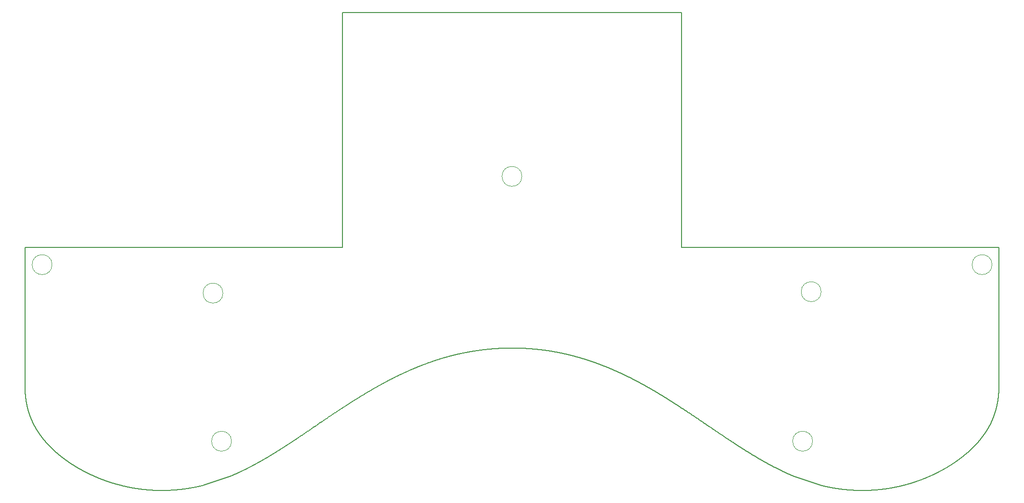
<source format=gbr>
%TF.GenerationSoftware,KiCad,Pcbnew,9.0.2-9.0.2-0~ubuntu24.04.1*%
%TF.CreationDate,2025-07-19T23:39:05+02:00*%
%TF.ProjectId,Pilot6Axis_v2,50696c6f-7436-4417-9869-735f76322e6b,rev?*%
%TF.SameCoordinates,Original*%
%TF.FileFunction,Profile,NP*%
%FSLAX46Y46*%
G04 Gerber Fmt 4.6, Leading zero omitted, Abs format (unit mm)*
G04 Created by KiCad (PCBNEW 9.0.2-9.0.2-0~ubuntu24.04.1) date 2025-07-19 23:39:05*
%MOMM*%
%LPD*%
G01*
G04 APERTURE LIST*
%ADD10C,0.200000*%
%TA.AperFunction,Profile*%
%ADD11C,0.200000*%
%TD*%
%TA.AperFunction,Profile*%
%ADD12C,0.100000*%
%TD*%
G04 APERTURE END LIST*
D10*
X218967274Y-145939693D02*
X218920347Y-145946876D01*
X218873389Y-145953982D01*
X218826401Y-145961013D01*
X218779383Y-145967966D01*
X218732335Y-145974844D01*
X218685257Y-145981645D01*
X218638151Y-145988369D01*
X218591014Y-145995017D01*
X218543849Y-146001588D01*
X218496655Y-146008082D01*
X218449432Y-146014500D01*
X218402181Y-146020840D01*
X218354901Y-146027104D01*
X218307593Y-146033291D01*
X218260257Y-146039401D01*
X218212893Y-146045433D01*
X218165502Y-146051389D01*
X218118083Y-146057267D01*
X218070637Y-146063069D01*
X218023164Y-146068792D01*
X217975664Y-146074439D01*
X217928137Y-146080008D01*
X217880584Y-146085500D01*
X217833005Y-146090914D01*
X217785399Y-146096251D01*
X217737768Y-146101510D01*
X217690111Y-146106692D01*
X217642428Y-146111796D01*
X217594720Y-146116822D01*
X217546987Y-146121770D01*
X217499229Y-146126641D01*
X217451446Y-146131433D01*
X217403639Y-146136148D01*
X217355808Y-146140785D01*
X217307952Y-146145344D01*
X217260072Y-146149824D01*
X217212169Y-146154227D01*
X217164242Y-146158551D01*
X217116292Y-146162797D01*
X217068319Y-146166965D01*
X217020322Y-146171055D01*
X216972304Y-146175066D01*
X216924262Y-146178999D01*
X216876198Y-146182853D01*
X216828112Y-146186629D01*
X216780005Y-146190326D01*
X216731875Y-146193945D01*
X216683724Y-146197486D01*
X216635552Y-146200947D01*
X216587359Y-146204330D01*
X216539145Y-146207634D01*
X216490911Y-146210860D01*
X216442655Y-146214006D01*
X216394380Y-146217074D01*
X216346085Y-146220063D01*
X216297770Y-146222973D01*
X216249435Y-146225804D01*
X216201081Y-146228556D01*
X216152708Y-146231229D01*
X216104316Y-146233823D01*
X216055905Y-146236338D01*
X216007476Y-146238774D01*
X215959029Y-146241130D01*
X215910563Y-146243407D01*
X215862080Y-146245606D01*
X215813579Y-146247724D01*
X215765061Y-146249764D01*
X215716525Y-146251724D01*
X215667973Y-146253605D01*
X215619404Y-146255406D01*
X215570818Y-146257128D01*
X215522216Y-146258771D01*
X215473598Y-146260334D01*
X215424965Y-146261817D01*
X215376315Y-146263221D01*
X215327650Y-146264545D01*
X215278971Y-146265790D01*
X215230276Y-146266955D01*
X215181566Y-146268041D01*
X215132842Y-146269046D01*
X215084104Y-146269972D01*
X215035352Y-146270819D01*
X214986586Y-146271585D01*
X214937807Y-146272272D01*
X214889014Y-146272879D01*
X214840208Y-146273406D01*
X214791389Y-146273853D01*
X214742558Y-146274220D01*
X214693714Y-146274508D01*
X214644858Y-146274715D01*
X214595990Y-146274843D01*
X214547111Y-146274891D01*
X214542446Y-146274891D01*
D11*
X182792445Y-91880800D02*
X182792445Y-73880800D01*
D12*
X102311200Y-111630800D02*
G75*
G02*
X98811200Y-111630800I-1750000J0D01*
G01*
X98811200Y-111630800D02*
G75*
G02*
X102311200Y-111630800I1750000J0D01*
G01*
D11*
X123292444Y-62349220D02*
X182792445Y-62349220D01*
D10*
X111522077Y-139583661D02*
X111484994Y-139606567D01*
X111447904Y-139629454D01*
X111411022Y-139652190D01*
X111374132Y-139674906D01*
X111337446Y-139697474D01*
X111300752Y-139720022D01*
X111264256Y-139742425D01*
X111227754Y-139764809D01*
X111191445Y-139787050D01*
X111155130Y-139809272D01*
X111119005Y-139831355D01*
X111082872Y-139853417D01*
X111046926Y-139875343D01*
X111010973Y-139897250D01*
X110975202Y-139919022D01*
X110939424Y-139940774D01*
X110903824Y-139962395D01*
X110868218Y-139983996D01*
X110832787Y-140005468D01*
X110797349Y-140026920D01*
X110762083Y-140048245D01*
X110726809Y-140069550D01*
X110691704Y-140090731D01*
X110656592Y-140111892D01*
X110621646Y-140132930D01*
X110586692Y-140153949D01*
X110551901Y-140174847D01*
X110517103Y-140195726D01*
X110482463Y-140216486D01*
X110447818Y-140237226D01*
X110413328Y-140257850D01*
X110378831Y-140278454D01*
X110344488Y-140298943D01*
X110310138Y-140319413D01*
X110275939Y-140339770D01*
X110241733Y-140360108D01*
X110207675Y-140380334D01*
X110173610Y-140400540D01*
X110139691Y-140420638D01*
X110105765Y-140440715D01*
X110071982Y-140460685D01*
X110038193Y-140480636D01*
X110004544Y-140500480D01*
X109970888Y-140520304D01*
X109937371Y-140540025D01*
X109903847Y-140559725D01*
X109870459Y-140579323D01*
X109837065Y-140598901D01*
X109803804Y-140618377D01*
X109770537Y-140637834D01*
X109737401Y-140657191D01*
X109704259Y-140676528D01*
X109671246Y-140695767D01*
X109638227Y-140714986D01*
X109605335Y-140734107D01*
X109572437Y-140753210D01*
X109539664Y-140772216D01*
X109506885Y-140791203D01*
X109474230Y-140810095D01*
X109441568Y-140828967D01*
X109409028Y-140847746D01*
X109376481Y-140866505D01*
X109344054Y-140885173D01*
X109311621Y-140903821D01*
X109279306Y-140922377D01*
X109246985Y-140940915D01*
X109214780Y-140959362D01*
X109182569Y-140977790D01*
X109150472Y-140996129D01*
X109118369Y-141014449D01*
X109086380Y-141032681D01*
X109054384Y-141050893D01*
X109022499Y-141069019D01*
X108990608Y-141087126D01*
X108958827Y-141105147D01*
X108927040Y-141123149D01*
X108895361Y-141141066D01*
X108863676Y-141158963D01*
X108832098Y-141176778D01*
X108800513Y-141194572D01*
X108769034Y-141212285D01*
X108737549Y-141229978D01*
X108706168Y-141247589D01*
X108674780Y-141265181D01*
X108643495Y-141282692D01*
X108612204Y-141300184D01*
X108581015Y-141317596D01*
X108549819Y-141334989D01*
X108518723Y-141352303D01*
X108487621Y-141369597D01*
X108456618Y-141386814D01*
X108425608Y-141404011D01*
X108394696Y-141421132D01*
X108363778Y-141438232D01*
X108332956Y-141455257D01*
X108302128Y-141472262D01*
X108271394Y-141489192D01*
X108240655Y-141506102D01*
X108210010Y-141522938D01*
X108179358Y-141539754D01*
X108148799Y-141556497D01*
X108118234Y-141573220D01*
X108087760Y-141589870D01*
X108057281Y-141606500D01*
X108026891Y-141623059D01*
X107996496Y-141639598D01*
X107966190Y-141656065D01*
X107935878Y-141672513D01*
X107905654Y-141688891D01*
X107875424Y-141705249D01*
X107845282Y-141721536D01*
X107815133Y-141737805D01*
X107785070Y-141754004D01*
X107755002Y-141770183D01*
X107725018Y-141786294D01*
X107695029Y-141802385D01*
X107665124Y-141818409D01*
X107635213Y-141834413D01*
X107605385Y-141850349D01*
X107575551Y-141866266D01*
X107545799Y-141882117D01*
X107516042Y-141897948D01*
X107486366Y-141913713D01*
X107456683Y-141929458D01*
X107427082Y-141945138D01*
X107397474Y-141960799D01*
X107367946Y-141976395D01*
X107338412Y-141991971D01*
X107308957Y-142007483D01*
X107279495Y-142022976D01*
X107250112Y-142038405D01*
X107220723Y-142053814D01*
X107191410Y-142069160D01*
X107162092Y-142084487D01*
X107132850Y-142099752D01*
X107103602Y-142114997D01*
X107074430Y-142130180D01*
X107045251Y-142145343D01*
X107016147Y-142160446D01*
X106987038Y-142175528D01*
X106958002Y-142190550D01*
X106928960Y-142205552D01*
X106899991Y-142220494D01*
X106871016Y-142235417D01*
X106842114Y-142250280D01*
X106813206Y-142265123D01*
X106784369Y-142279907D01*
X106755526Y-142294671D01*
X106726754Y-142309377D01*
X106697977Y-142324063D01*
X106669269Y-142338691D01*
X106640556Y-142353300D01*
X106611912Y-142367850D01*
X106583262Y-142382381D01*
X106554681Y-142396855D01*
X106526094Y-142411309D01*
X106497575Y-142425707D01*
X106469051Y-142440085D01*
X106440593Y-142454406D01*
X106412130Y-142468708D01*
X106383734Y-142482955D01*
X106355332Y-142497181D01*
X106326995Y-142511352D01*
X106298653Y-142525504D01*
X106270377Y-142539600D01*
X106242094Y-142553677D01*
X106213877Y-142567700D01*
X106185654Y-142581702D01*
X106157494Y-142595651D01*
X106129330Y-142609580D01*
X106101228Y-142623456D01*
X106073121Y-142637312D01*
X106045077Y-142651114D01*
X106017027Y-142664897D01*
X105989039Y-142678627D01*
X105961046Y-142692338D01*
X105933115Y-142705996D01*
X105905178Y-142719634D01*
X105877302Y-142733220D01*
X105849420Y-142746787D01*
X105821599Y-142760302D01*
X105793772Y-142773797D01*
X105766006Y-142787241D01*
X105738234Y-142800666D01*
X105710521Y-142814039D01*
X105682802Y-142827393D01*
X105655143Y-142840697D01*
X105627478Y-142853981D01*
X105599871Y-142867214D01*
X105572259Y-142880428D01*
X105544705Y-142893592D01*
X105517145Y-142906737D01*
X105489642Y-142919832D01*
X105462134Y-142932907D01*
X105434683Y-142945933D01*
X105407226Y-142958940D01*
X105379826Y-142971898D01*
X105352420Y-142984836D01*
X105325070Y-142997726D01*
X105297714Y-143010596D01*
X105270414Y-143023418D01*
X105243108Y-143036221D01*
X105215857Y-143048975D01*
X105188601Y-143061711D01*
X105161399Y-143074398D01*
X105134191Y-143087066D01*
X105107038Y-143099687D01*
X105079879Y-143112288D01*
X105052773Y-143124843D01*
X105025662Y-143137377D01*
X104998604Y-143149866D01*
X104971541Y-143162334D01*
X104944530Y-143174757D01*
X104917513Y-143187160D01*
X104890549Y-143199517D01*
X104863580Y-143211854D01*
X104836662Y-143224146D01*
X104809738Y-143236418D01*
X104782866Y-143248645D01*
X104755989Y-143260852D01*
X104729162Y-143273014D01*
X104702330Y-143285157D01*
X104675548Y-143297255D01*
X104648761Y-143309333D01*
X104622024Y-143321367D01*
X104595282Y-143333381D01*
X104568589Y-143345351D01*
X104541890Y-143357301D01*
X104515241Y-143369208D01*
X104488587Y-143381095D01*
X104461981Y-143392938D01*
X104435370Y-143404762D01*
X104408808Y-143416542D01*
X104382240Y-143428303D01*
X104355720Y-143440020D01*
X104329194Y-143451718D01*
X104302717Y-143463373D01*
X104276234Y-143475009D01*
X104249798Y-143486602D01*
X104223357Y-143498176D01*
X104196963Y-143509707D01*
X104170563Y-143521218D01*
X104144210Y-143532688D01*
X104117852Y-143544138D01*
X104091539Y-143555546D01*
X104065222Y-143566934D01*
X104038950Y-143578281D01*
X104012673Y-143589608D01*
X103986441Y-143600894D01*
X103960204Y-143612161D01*
X103934013Y-143623386D01*
X103907815Y-143634592D01*
X103881663Y-143645756D01*
X103855505Y-143656902D01*
X103829392Y-143668006D01*
X103803273Y-143679092D01*
X103777199Y-143690136D01*
X103751119Y-143701161D01*
X103725083Y-143712146D01*
X103699041Y-143723112D01*
X103673043Y-143734037D01*
X103647040Y-143744943D01*
X103621080Y-143755809D01*
X103595115Y-143766656D01*
X103569192Y-143777463D01*
X103543264Y-143788250D01*
X103517378Y-143798998D01*
X103491487Y-143809727D01*
X103480093Y-143814442D01*
D11*
X67554934Y-103630800D02*
X67554934Y-127787380D01*
D10*
X91542444Y-146274891D02*
X91494562Y-146274851D01*
X91446674Y-146274731D01*
X91398780Y-146274531D01*
X91350880Y-146274251D01*
X91302974Y-146273891D01*
X91255062Y-146273451D01*
X91207145Y-146272931D01*
X91159222Y-146272331D01*
X91111294Y-146271650D01*
X91063361Y-146270890D01*
X91015423Y-146270050D01*
X90967481Y-146269129D01*
X90919534Y-146268129D01*
X90871582Y-146267048D01*
X90823626Y-146265887D01*
X90775666Y-146264646D01*
X90727702Y-146263325D01*
X90679734Y-146261924D01*
X90631763Y-146260443D01*
X90583788Y-146258881D01*
X90535810Y-146257240D01*
X90487829Y-146255518D01*
X90439845Y-146253716D01*
X90391858Y-146251834D01*
X90343868Y-146249872D01*
X90295876Y-146247830D01*
X90247882Y-146245707D01*
X90199885Y-146243504D01*
X90151887Y-146241222D01*
X90103887Y-146238859D01*
X90055885Y-146236415D01*
X90007882Y-146233892D01*
X89959877Y-146231289D01*
X89911871Y-146228605D01*
X89863865Y-146225841D01*
X89815857Y-146222997D01*
X89767849Y-146220073D01*
X89719840Y-146217068D01*
X89671831Y-146213984D01*
X89623822Y-146210819D01*
X89575813Y-146207574D01*
X89527805Y-146204249D01*
X89479796Y-146200844D01*
X89431788Y-146197359D01*
X89383781Y-146193793D01*
X89335775Y-146190148D01*
X89287770Y-146186422D01*
X89239766Y-146182616D01*
X89191763Y-146178730D01*
X89143762Y-146174764D01*
X89095763Y-146170717D01*
X89047766Y-146166591D01*
X88999770Y-146162384D01*
X88951777Y-146158098D01*
X88903787Y-146153731D01*
X88855799Y-146149284D01*
X88807813Y-146144757D01*
X88759831Y-146140150D01*
X88711852Y-146135463D01*
X88663876Y-146130696D01*
X88615904Y-146125849D01*
X88567935Y-146120922D01*
X88519970Y-146115914D01*
X88472009Y-146110827D01*
X88424052Y-146105660D01*
X88376099Y-146100413D01*
X88328151Y-146095085D01*
X88280207Y-146089678D01*
X88232269Y-146084191D01*
X88184335Y-146078624D01*
X88136407Y-146072977D01*
X88088484Y-146067250D01*
X88040566Y-146061443D01*
X87992654Y-146055556D01*
X87944748Y-146049590D01*
X87896848Y-146043543D01*
X87848955Y-146037417D01*
X87801067Y-146031211D01*
X87753187Y-146024925D01*
X87705313Y-146018559D01*
X87657446Y-146012114D01*
X87609586Y-146005589D01*
X87561733Y-145998983D01*
X87513888Y-145992299D01*
X87466051Y-145985534D01*
X87418221Y-145978690D01*
X87370399Y-145971766D01*
X87322586Y-145964763D01*
X87274780Y-145957680D01*
X87226984Y-145950517D01*
X87179196Y-145943275D01*
X87131417Y-145935953D01*
X87083646Y-145928552D01*
X87035886Y-145921071D01*
X86988134Y-145913510D01*
X86940392Y-145905870D01*
X86892660Y-145898151D01*
X86844938Y-145890352D01*
X86797225Y-145882474D01*
X86749524Y-145874516D01*
X86701832Y-145866480D01*
X86654151Y-145858363D01*
X86606481Y-145850168D01*
X86558822Y-145841893D01*
X86511175Y-145833539D01*
X86463538Y-145825105D01*
X86415913Y-145816593D01*
X86368300Y-145808001D01*
X86320699Y-145799330D01*
X86273109Y-145790580D01*
X86225532Y-145781751D01*
X86177967Y-145772843D01*
X86130415Y-145763856D01*
X86082876Y-145754790D01*
X86035350Y-145745645D01*
X85987836Y-145736421D01*
X85940336Y-145727118D01*
X85892850Y-145717736D01*
X85845377Y-145708275D01*
X85797918Y-145698736D01*
X85750473Y-145689117D01*
X85703042Y-145679420D01*
X85655626Y-145669644D01*
X85608224Y-145659790D01*
X85560836Y-145649857D01*
X85513464Y-145639845D01*
X85466107Y-145629755D01*
X85418765Y-145619586D01*
X85371438Y-145609339D01*
X85324127Y-145599013D01*
X85276832Y-145588609D01*
X85229553Y-145578126D01*
X85182290Y-145567565D01*
X85135043Y-145556926D01*
X85087813Y-145546208D01*
X85040599Y-145535412D01*
X84993402Y-145524538D01*
X84946223Y-145513586D01*
X84899060Y-145502555D01*
X84851915Y-145491447D01*
X84804788Y-145480260D01*
X84757678Y-145468996D01*
X84710586Y-145457653D01*
X84663512Y-145446233D01*
X84616456Y-145434734D01*
X84569419Y-145423158D01*
X84522401Y-145411504D01*
X84475401Y-145399772D01*
X84428420Y-145387963D01*
X84381459Y-145376076D01*
X84334517Y-145364111D01*
X84287594Y-145352069D01*
X84240691Y-145339949D01*
X84193808Y-145327751D01*
X84146945Y-145315477D01*
X84100102Y-145303124D01*
X84076688Y-145296919D01*
X84053279Y-145290695D01*
X84029876Y-145284451D01*
X84006477Y-145278188D01*
X83983084Y-145271905D01*
X83959696Y-145265604D01*
X83936313Y-145259283D01*
X83912936Y-145252942D01*
X83889563Y-145246583D01*
X83866196Y-145240204D01*
X83842835Y-145233805D01*
X83819479Y-145227388D01*
X83796128Y-145220951D01*
X83772782Y-145214495D01*
X83749442Y-145208020D01*
X83726107Y-145201525D01*
X83702778Y-145195012D01*
X83679454Y-145188479D01*
X83656136Y-145181926D01*
X83632823Y-145175355D01*
X83609516Y-145168764D01*
X83586214Y-145162154D01*
X83562918Y-145155525D01*
X83539627Y-145148877D01*
X83516342Y-145142209D01*
X83493063Y-145135523D01*
X83469790Y-145128817D01*
X83446522Y-145122092D01*
X83423260Y-145115348D01*
X83400003Y-145108584D01*
X83376752Y-145101802D01*
X83353507Y-145095000D01*
X83330268Y-145088179D01*
X83307035Y-145081339D01*
X83283808Y-145074480D01*
X83260586Y-145067602D01*
X83237370Y-145060705D01*
X83214160Y-145053788D01*
X83190957Y-145046853D01*
X83167758Y-145039898D01*
X83144567Y-145032924D01*
X83121381Y-145025932D01*
X83098201Y-145018920D01*
X83075027Y-145011889D01*
X83051859Y-145004839D01*
X83028697Y-144997770D01*
X83005542Y-144990682D01*
X82982392Y-144983574D01*
X82959249Y-144976448D01*
X82936111Y-144969303D01*
X82912980Y-144962139D01*
X82889855Y-144954956D01*
X82866737Y-144947753D01*
X82843624Y-144940532D01*
X82820518Y-144933292D01*
X82797418Y-144926033D01*
X82774325Y-144918754D01*
X82751238Y-144911457D01*
X82728157Y-144904141D01*
X82705083Y-144896806D01*
X82682015Y-144889452D01*
X82658953Y-144882079D01*
X82635898Y-144874687D01*
X82612849Y-144867276D01*
X82589807Y-144859846D01*
X82566772Y-144852398D01*
X82543743Y-144844930D01*
X82520720Y-144837443D01*
X82497704Y-144829938D01*
X82474695Y-144822414D01*
X82451692Y-144814871D01*
X82428696Y-144807308D01*
X82405707Y-144799728D01*
X82382724Y-144792128D01*
X82359748Y-144784509D01*
X82336778Y-144776872D01*
X82313816Y-144769215D01*
X82290860Y-144761540D01*
X82267911Y-144753846D01*
X82244968Y-144746134D01*
X82222033Y-144738402D01*
X82199104Y-144730652D01*
X82176183Y-144722883D01*
X82153268Y-144715095D01*
X82130360Y-144707288D01*
X82107459Y-144699462D01*
X82084566Y-144691618D01*
X82061678Y-144683755D01*
X82038799Y-144675874D01*
X82015925Y-144667973D01*
X81993060Y-144660054D01*
X81970201Y-144652116D01*
X81947349Y-144644160D01*
X81924504Y-144636184D01*
X81901667Y-144628190D01*
X81878836Y-144620177D01*
X81856013Y-144612146D01*
X81833197Y-144604096D01*
X81810389Y-144596027D01*
X81787587Y-144587940D01*
X81764793Y-144579834D01*
X81742005Y-144571709D01*
X81719226Y-144563566D01*
X81696453Y-144555404D01*
X81673688Y-144547224D01*
X81650930Y-144539024D01*
X81628180Y-144530807D01*
X81605437Y-144522570D01*
X81582702Y-144514315D01*
X81559973Y-144506042D01*
X81537253Y-144497750D01*
X81514540Y-144489439D01*
X81491834Y-144481110D01*
X81469136Y-144472762D01*
X81446446Y-144464396D01*
X81423762Y-144456011D01*
X81401087Y-144447608D01*
X81378419Y-144439186D01*
X81355759Y-144430746D01*
X81333106Y-144422287D01*
X81310462Y-144413810D01*
X81287824Y-144405314D01*
X81265195Y-144396800D01*
X81242573Y-144388267D01*
X81219960Y-144379716D01*
X81197353Y-144371146D01*
X81174755Y-144362558D01*
X81152164Y-144353952D01*
X81129582Y-144345327D01*
X81107006Y-144336683D01*
X81084440Y-144328022D01*
X81061880Y-144319342D01*
X81039329Y-144310643D01*
X81016786Y-144301926D01*
X80994251Y-144293191D01*
X80971723Y-144284438D01*
X80949204Y-144275666D01*
X80926692Y-144266875D01*
X80904190Y-144258067D01*
X80881694Y-144249240D01*
X80859207Y-144240395D01*
X80836728Y-144231531D01*
X80814257Y-144222649D01*
X80791794Y-144213749D01*
X80769340Y-144204831D01*
X80746893Y-144195894D01*
X80724455Y-144186939D01*
X80702025Y-144177966D01*
X80679604Y-144168975D01*
X80657190Y-144159965D01*
X80634785Y-144150937D01*
X80612388Y-144141891D01*
X80590000Y-144132827D01*
X80567619Y-144123744D01*
X80545248Y-144114643D01*
X80522884Y-144105524D01*
X80500529Y-144096388D01*
X80478182Y-144087232D01*
X80455844Y-144078059D01*
X80433514Y-144068867D01*
X80411193Y-144059658D01*
X80388880Y-144050430D01*
X80366576Y-144041184D01*
X80344280Y-144031920D01*
X80321993Y-144022638D01*
X80299714Y-144013337D01*
X80277445Y-144004019D01*
X80255183Y-143994683D01*
X80232931Y-143985328D01*
X80210687Y-143975956D01*
X80188452Y-143966565D01*
X80166225Y-143957157D01*
X80144007Y-143947730D01*
X80121798Y-143938285D01*
X80099598Y-143928823D01*
X80077406Y-143919342D01*
X80055223Y-143909844D01*
X80033049Y-143900327D01*
X80010884Y-143890792D01*
X79988727Y-143881240D01*
X79966581Y-143871669D01*
X79944442Y-143862081D01*
X79922313Y-143852475D01*
X79900191Y-143842850D01*
X79878080Y-143833208D01*
X79855977Y-143823548D01*
X79833884Y-143813870D01*
X79811799Y-143804174D01*
X79789724Y-143794460D01*
X79767656Y-143784728D01*
X79745599Y-143774979D01*
X79723550Y-143765211D01*
X79701512Y-143755427D01*
X79679481Y-143745623D01*
X79657460Y-143735803D01*
X79635448Y-143725964D01*
X79613446Y-143716108D01*
X79591452Y-143706233D01*
X79570269Y-143696702D01*
X173296767Y-126237288D02*
X173266169Y-126222250D01*
X173235561Y-126207229D01*
X173204972Y-126192240D01*
X173174373Y-126177268D01*
X173143794Y-126162329D01*
X173113205Y-126147407D01*
X173082636Y-126132516D01*
X173052056Y-126117643D01*
X173021496Y-126102802D01*
X172990926Y-126087978D01*
X172960376Y-126073186D01*
X172929816Y-126058411D01*
X172899276Y-126043669D01*
X172868725Y-126028943D01*
X172838194Y-126014249D01*
X172807653Y-125999573D01*
X172777133Y-125984928D01*
X172746602Y-125970301D01*
X172716091Y-125955706D01*
X172685570Y-125941127D01*
X172655069Y-125926581D01*
X172624558Y-125912052D01*
X172594067Y-125897555D01*
X172563566Y-125883075D01*
X172533085Y-125868627D01*
X172502593Y-125854196D01*
X172472123Y-125839797D01*
X172441641Y-125825415D01*
X172411181Y-125811065D01*
X172380709Y-125796732D01*
X172350259Y-125782431D01*
X172319798Y-125768147D01*
X172289357Y-125753895D01*
X172258906Y-125739660D01*
X172228476Y-125725457D01*
X172198035Y-125711271D01*
X172167615Y-125697117D01*
X172137185Y-125682980D01*
X172106775Y-125668874D01*
X172076354Y-125654786D01*
X172045955Y-125640730D01*
X172015545Y-125626691D01*
X171985156Y-125612683D01*
X171954756Y-125598693D01*
X171924377Y-125584734D01*
X171893988Y-125570793D01*
X171863620Y-125556883D01*
X171833241Y-125542990D01*
X171802883Y-125529129D01*
X171772515Y-125515285D01*
X171742167Y-125501473D01*
X171711809Y-125487678D01*
X171681472Y-125473914D01*
X171651125Y-125460168D01*
X171620798Y-125446453D01*
X171590462Y-125432755D01*
X171560146Y-125419089D01*
X171529820Y-125405440D01*
X171499514Y-125391822D01*
X171469199Y-125378222D01*
X171438904Y-125364653D01*
X171408599Y-125351102D01*
X171378315Y-125337581D01*
X171348021Y-125324079D01*
X171317748Y-125310607D01*
X171287464Y-125297153D01*
X171257202Y-125283730D01*
X171226929Y-125270324D01*
X171196677Y-125256949D01*
X171166415Y-125243592D01*
X171136174Y-125230266D01*
X171105923Y-125216958D01*
X171075693Y-125203680D01*
X171045453Y-125190420D01*
X171015234Y-125177191D01*
X170985005Y-125163979D01*
X170954796Y-125150799D01*
X170924578Y-125137636D01*
X170894380Y-125124503D01*
X170864173Y-125111389D01*
X170833986Y-125098305D01*
X170803790Y-125085239D01*
X170773614Y-125072203D01*
X170743429Y-125059185D01*
X170713264Y-125046198D01*
X170683090Y-125033229D01*
X170652936Y-125020290D01*
X170622773Y-125007369D01*
X170592630Y-124994478D01*
X170562478Y-124981605D01*
X170532347Y-124968763D01*
X170502206Y-124955938D01*
X170472085Y-124943144D01*
X170441956Y-124930368D01*
X170411846Y-124917622D01*
X170381728Y-124904894D01*
X170351630Y-124892196D01*
X170321522Y-124879516D01*
X170291435Y-124866867D01*
X170261339Y-124854235D01*
X170231263Y-124841633D01*
X170201179Y-124829050D01*
X170171114Y-124816497D01*
X170141040Y-124803961D01*
X170110987Y-124791456D01*
X170080925Y-124778968D01*
X170050883Y-124766511D01*
X170020832Y-124754072D01*
X169990801Y-124741663D01*
X169960762Y-124729271D01*
X169930743Y-124716910D01*
X169900714Y-124704567D01*
X169870707Y-124692253D01*
X169840690Y-124679958D01*
X169810693Y-124667693D01*
X169780688Y-124655445D01*
X169750703Y-124643228D01*
X169720709Y-124631028D01*
X169690735Y-124618859D01*
X169660753Y-124606707D01*
X169630791Y-124594585D01*
X169600820Y-124582482D01*
X169570869Y-124570408D01*
X169540910Y-124558352D01*
X169510971Y-124546326D01*
X169481023Y-124534317D01*
X169451095Y-124522339D01*
X169421159Y-124510379D01*
X169391243Y-124498448D01*
X169361318Y-124486535D01*
X169331414Y-124474652D01*
X169301501Y-124462787D01*
X169271608Y-124450952D01*
X169241706Y-124439135D01*
X169211825Y-124427347D01*
X169181935Y-124415578D01*
X169152066Y-124403837D01*
X169122188Y-124392115D01*
X169092330Y-124380423D01*
X169062463Y-124368749D01*
X169032617Y-124357103D01*
X169002762Y-124345477D01*
X168972928Y-124333879D01*
X168943085Y-124322300D01*
X168913262Y-124310750D01*
X168883431Y-124299218D01*
X168853619Y-124287716D01*
X168823800Y-124276231D01*
X168794001Y-124264776D01*
X168764193Y-124253339D01*
X168734405Y-124241931D01*
X168704609Y-124230542D01*
X168674834Y-124219182D01*
X168645050Y-124207839D01*
X168615286Y-124196526D01*
X168585513Y-124185232D01*
X168555761Y-124173966D01*
X168526001Y-124162718D01*
X168496261Y-124151500D01*
X168466512Y-124140300D01*
X168436784Y-124129129D01*
X168407047Y-124117976D01*
X168377330Y-124106852D01*
X168347606Y-124095746D01*
X168317901Y-124084669D01*
X168288188Y-124073611D01*
X168258496Y-124062581D01*
X168228795Y-124051569D01*
X168199114Y-124040587D01*
X168169425Y-124029623D01*
X168139756Y-124018687D01*
X168110080Y-124007770D01*
X168080423Y-123996882D01*
X168050758Y-123986011D01*
X168021113Y-123975170D01*
X167991460Y-123964347D01*
X167961827Y-123953552D01*
X167932186Y-123942776D01*
X167902565Y-123932029D01*
X167872936Y-123921300D01*
X167843327Y-123910599D01*
X167813711Y-123899917D01*
X167784114Y-123889263D01*
X167754509Y-123878628D01*
X167724924Y-123868021D01*
X167695332Y-123857433D01*
X167665759Y-123846873D01*
X167636178Y-123836331D01*
X167606618Y-123825818D01*
X167577049Y-123815324D01*
X167547500Y-123804857D01*
X167517944Y-123794409D01*
X167488408Y-123783989D01*
X167458864Y-123773588D01*
X167429339Y-123763215D01*
X167399807Y-123752861D01*
X167370295Y-123742534D01*
X167340775Y-123732227D01*
X167311275Y-123721947D01*
X167281767Y-123711686D01*
X167252279Y-123701453D01*
X167222784Y-123691238D01*
X167193308Y-123681052D01*
X167163824Y-123670884D01*
X167134361Y-123660744D01*
X167104889Y-123650622D01*
X167075438Y-123640529D01*
X167045979Y-123630454D01*
X167016540Y-123620407D01*
X166987093Y-123610378D01*
X166957666Y-123600378D01*
X166928231Y-123590396D01*
X166898817Y-123580442D01*
X166869394Y-123570506D01*
X166839992Y-123560598D01*
X166810582Y-123550709D01*
X166781191Y-123540848D01*
X166751794Y-123531005D01*
X166722415Y-123521190D01*
X166693030Y-123511393D01*
X166663664Y-123501624D01*
X166634291Y-123491874D01*
X166604937Y-123482152D01*
X166575576Y-123472448D01*
X166546235Y-123462771D01*
X166516886Y-123453114D01*
X166487557Y-123443483D01*
X166458221Y-123433872D01*
X166428904Y-123424288D01*
X166399580Y-123414722D01*
X166370276Y-123405184D01*
X166340964Y-123395665D01*
X166311672Y-123386173D01*
X166282373Y-123376700D01*
X166253093Y-123367254D01*
X166223806Y-123357827D01*
X166194538Y-123348427D01*
X166165264Y-123339046D01*
X166136008Y-123329693D01*
X166106746Y-123320357D01*
X166077503Y-123311050D01*
X166048253Y-123301760D01*
X166019023Y-123292498D01*
X165989785Y-123283255D01*
X165960567Y-123274039D01*
X165931342Y-123264842D01*
X165902136Y-123255672D01*
X165872923Y-123246520D01*
X165843730Y-123237396D01*
X165814530Y-123228290D01*
X165785348Y-123219212D01*
X165756161Y-123210152D01*
X165726992Y-123201119D01*
X165697816Y-123192105D01*
X165668660Y-123183118D01*
X165639497Y-123174149D01*
X165610353Y-123165208D01*
X165581202Y-123156285D01*
X165552070Y-123147389D01*
X165522932Y-123138512D01*
X165493813Y-123129662D01*
X165464687Y-123120831D01*
X165435580Y-123112026D01*
X165406467Y-123103241D01*
X165377372Y-123094481D01*
X165348271Y-123085741D01*
X165319189Y-123077028D01*
X165290101Y-123068333D01*
X165261031Y-123059665D01*
X165231955Y-123051016D01*
X165202898Y-123042393D01*
X165173834Y-123033790D01*
X165144789Y-123025212D01*
X165115738Y-123016654D01*
X165086706Y-123008122D01*
X165057667Y-122999609D01*
X165028647Y-122991123D01*
X164999621Y-122982656D01*
X164970614Y-122974214D01*
X164941600Y-122965792D01*
X164912605Y-122957396D01*
X164883603Y-122949020D01*
X164854621Y-122940669D01*
X164825632Y-122932337D01*
X164796662Y-122924032D01*
X164767685Y-122915746D01*
X164738728Y-122907485D01*
X164709764Y-122899244D01*
X164680818Y-122891029D01*
X164651867Y-122882833D01*
X164622934Y-122874663D01*
X164593995Y-122866512D01*
X164565075Y-122858388D01*
X164536148Y-122850282D01*
X164507240Y-122842202D01*
X164478326Y-122834141D01*
X164449431Y-122826107D01*
X164420529Y-122818091D01*
X164391646Y-122810101D01*
X164362757Y-122802130D01*
X164333887Y-122794186D01*
X164305010Y-122786260D01*
X164276152Y-122778360D01*
X164247288Y-122770479D01*
X164218442Y-122762624D01*
X164189591Y-122754789D01*
X164160757Y-122746978D01*
X164131918Y-122739187D01*
X164103098Y-122731422D01*
X164074271Y-122723676D01*
X164045463Y-122715955D01*
X164016649Y-122708254D01*
X163987853Y-122700578D01*
X163959051Y-122692922D01*
X163930268Y-122685291D01*
X163901479Y-122677679D01*
X163872708Y-122670093D01*
X163843931Y-122662525D01*
X163815173Y-122654984D01*
X163786409Y-122647461D01*
X163757663Y-122639964D01*
X163728911Y-122632486D01*
X163700177Y-122625034D01*
X163671438Y-122617601D01*
X163642717Y-122610193D01*
X163613990Y-122602804D01*
X163585282Y-122595441D01*
X163556568Y-122588097D01*
X163527871Y-122580778D01*
X163499170Y-122573478D01*
X163470486Y-122566204D01*
X163441797Y-122558949D01*
X163413126Y-122551719D01*
X163384449Y-122544508D01*
X163355790Y-122537323D01*
X163327126Y-122530156D01*
X163298479Y-122523015D01*
X163269828Y-122515893D01*
X163241194Y-122508796D01*
X163212554Y-122501719D01*
X163183933Y-122494666D01*
X163155306Y-122487633D01*
X163126697Y-122480625D01*
X163098083Y-122473636D01*
X163069486Y-122466672D01*
X163040884Y-122459727D01*
X163012300Y-122452807D01*
X162983711Y-122445907D01*
X162955139Y-122439031D01*
X162926562Y-122432175D01*
X162898003Y-122425343D01*
X162869438Y-122418531D01*
X162840891Y-122411744D01*
X162812339Y-122404976D01*
X162783805Y-122398232D01*
X162755265Y-122391508D01*
X162726743Y-122384809D01*
X162698216Y-122378129D01*
X162669707Y-122371474D01*
X162641192Y-122364838D01*
X162612695Y-122358227D01*
X162584193Y-122351635D01*
X162555708Y-122345068D01*
X162527218Y-122338520D01*
X162498746Y-122331996D01*
X162470268Y-122325492D01*
X162441809Y-122319013D01*
X162413343Y-122312553D01*
X162384896Y-122306117D01*
X162356443Y-122299701D01*
X162328008Y-122293309D01*
X162299568Y-122286936D01*
X162271146Y-122280588D01*
X162242718Y-122274260D01*
X162214308Y-122267956D01*
X162185892Y-122261671D01*
X162157494Y-122255410D01*
X162129091Y-122249169D01*
X162100706Y-122242952D01*
X162072315Y-122236755D01*
X162043942Y-122230582D01*
X162015564Y-122224428D01*
X161987203Y-122218298D01*
X161958838Y-122212188D01*
X161930489Y-122206102D01*
X161902136Y-122200036D01*
X161873800Y-122193993D01*
X161845459Y-122187970D01*
X161817135Y-122181972D01*
X161788806Y-122175992D01*
X161760495Y-122170037D01*
X161732179Y-122164101D01*
X161703880Y-122158189D01*
X161675576Y-122152297D01*
X161647289Y-122146429D01*
X161618998Y-122140580D01*
X161590723Y-122134755D01*
X161562444Y-122128949D01*
X161534182Y-122123168D01*
X161505915Y-122117406D01*
X161477666Y-122111667D01*
X161449411Y-122105949D01*
X161421174Y-122100254D01*
X161392932Y-122094578D01*
X161364707Y-122088927D01*
X161336477Y-122083295D01*
X161308264Y-122077686D01*
X161280046Y-122072098D01*
X161251846Y-122066532D01*
X161223641Y-122060987D01*
X161195452Y-122055465D01*
X161167259Y-122049963D01*
X161139084Y-122044484D01*
X161110903Y-122039025D01*
X161082739Y-122033589D01*
X161054571Y-122028173D01*
X161026419Y-122022781D01*
X160998263Y-122017408D01*
X160970124Y-122012058D01*
X160941980Y-122006728D01*
X160913853Y-122001422D01*
X160885722Y-121996135D01*
X160857607Y-121990872D01*
X160829488Y-121985628D01*
X160801386Y-121980408D01*
X160773278Y-121975207D01*
X160745188Y-121970030D01*
X160717093Y-121964872D01*
X160689015Y-121959738D01*
X160660933Y-121954623D01*
X160632867Y-121949531D01*
X160604797Y-121944459D01*
X160576743Y-121939411D01*
X160548685Y-121934382D01*
X160520643Y-121929376D01*
X160492598Y-121924390D01*
X160464568Y-121919427D01*
X160436535Y-121914483D01*
X160408517Y-121909563D01*
X160380496Y-121904663D01*
X160352491Y-121899785D01*
X160324481Y-121894927D01*
X160313036Y-121892948D01*
D11*
X182792445Y-91880800D02*
X182792445Y-103630800D01*
D10*
X214542446Y-146274891D02*
X214517850Y-146274881D01*
X214493256Y-146274851D01*
X214468665Y-146274801D01*
X214444076Y-146274731D01*
X214419489Y-146274641D01*
X214394905Y-146274531D01*
X214370323Y-146274401D01*
X214345743Y-146274251D01*
X214321166Y-146274081D01*
X214296591Y-146273891D01*
X214272019Y-146273681D01*
X214247448Y-146273451D01*
X214222881Y-146273202D01*
X214198315Y-146272932D01*
X214173752Y-146272642D01*
X214149191Y-146272332D01*
X214124634Y-146272002D01*
X214100078Y-146271653D01*
X214075525Y-146271283D01*
X214050974Y-146270893D01*
X214026426Y-146270484D01*
X214001880Y-146270054D01*
X213977337Y-146269604D01*
X213952796Y-146269135D01*
X213928258Y-146268645D01*
X213903722Y-146268136D01*
X213879189Y-146267607D01*
X213854658Y-146267057D01*
X213830130Y-146266488D01*
X213805604Y-146265899D01*
X213781081Y-146265290D01*
X213756560Y-146264660D01*
X213732042Y-146264011D01*
X213707526Y-146263342D01*
X213683014Y-146262653D01*
X213658503Y-146261945D01*
X213633996Y-146261216D01*
X213609491Y-146260467D01*
X213584989Y-146259698D01*
X213560488Y-146258910D01*
X213535992Y-146258101D01*
X213511497Y-146257273D01*
X213487005Y-146256424D01*
X213462515Y-146255556D01*
X213438029Y-146254668D01*
X213413545Y-146253760D01*
X213389064Y-146252832D01*
X213364585Y-146251884D01*
X213340110Y-146250916D01*
X213315636Y-146249928D01*
X213291166Y-146248920D01*
X213266698Y-146247893D01*
X213242233Y-146246845D01*
X213217770Y-146245778D01*
X213193311Y-146244691D01*
X213168854Y-146243583D01*
X213144400Y-146242456D01*
X213119948Y-146241309D01*
X213095500Y-146240143D01*
X213071054Y-146238956D01*
X213046612Y-146237749D01*
X213022171Y-146236523D01*
X212997734Y-146235276D01*
X212973299Y-146234010D01*
X212948868Y-146232724D01*
X212924439Y-146231417D01*
X212900013Y-146230092D01*
X212875589Y-146228746D01*
X212851169Y-146227380D01*
X212826751Y-146225994D01*
X212802337Y-146224589D01*
X212777925Y-146223164D01*
X212753517Y-146221719D01*
X212729110Y-146220253D01*
X212704707Y-146218769D01*
X212680307Y-146217264D01*
X212655910Y-146215739D01*
X212631515Y-146214195D01*
X212607124Y-146212630D01*
X212582735Y-146211046D01*
X212558350Y-146209442D01*
X212533967Y-146207818D01*
X212509588Y-146206174D01*
X212485211Y-146204511D01*
X212460838Y-146202827D01*
X212436466Y-146201124D01*
X212412099Y-146199401D01*
X212387734Y-146197658D01*
X212363373Y-146195895D01*
X212339014Y-146194113D01*
X212314658Y-146192310D01*
X212290305Y-146190488D01*
X212265956Y-146188646D01*
X212241609Y-146186784D01*
X212217266Y-146184902D01*
X212192925Y-146183000D01*
X212168588Y-146181079D01*
X212144254Y-146179138D01*
X212119923Y-146177177D01*
X212095594Y-146175196D01*
X212071270Y-146173195D01*
X212046948Y-146171175D01*
X212022629Y-146169134D01*
X211998313Y-146167074D01*
X211974001Y-146164994D01*
X211949691Y-146162894D01*
X211925386Y-146160775D01*
X211901082Y-146158636D01*
X211876783Y-146156476D01*
X211852485Y-146154297D01*
X211828192Y-146152099D01*
X211803901Y-146149880D01*
X211779615Y-146147642D01*
X211755330Y-146145384D01*
X211731050Y-146143106D01*
X211706772Y-146140808D01*
X211682498Y-146138491D01*
X211658227Y-146136153D01*
X211633959Y-146133796D01*
X211609694Y-146131420D01*
X211585433Y-146129023D01*
X211561175Y-146126607D01*
X211536920Y-146124171D01*
X211512668Y-146121715D01*
X211488421Y-146119239D01*
X211464175Y-146116743D01*
X211439934Y-146114228D01*
X211415695Y-146111693D01*
X211391461Y-146109138D01*
X211367228Y-146106564D01*
X211343001Y-146103970D01*
X211318775Y-146101356D01*
X211294554Y-146098722D01*
X211270335Y-146096068D01*
X211246121Y-146093395D01*
X211221908Y-146090702D01*
X211197701Y-146087989D01*
X211173495Y-146085257D01*
X211149294Y-146082504D01*
X211125096Y-146079732D01*
X211100902Y-146076941D01*
X211076710Y-146074129D01*
X211052523Y-146071298D01*
X211028338Y-146068447D01*
X211004157Y-146065576D01*
X210979979Y-146062686D01*
X210955806Y-146059775D01*
X210931635Y-146056845D01*
X210907468Y-146053896D01*
X210883304Y-146050926D01*
X210859144Y-146047937D01*
X210834987Y-146044929D01*
X210810835Y-146041900D01*
X210786685Y-146038852D01*
X210762539Y-146035784D01*
X210738396Y-146032696D01*
X210714257Y-146029589D01*
X210690121Y-146026462D01*
X210665990Y-146023315D01*
X210641861Y-146020148D01*
X210617736Y-146016962D01*
X210593614Y-146013756D01*
X210569497Y-146010531D01*
X210545382Y-146007285D01*
X210521272Y-146004020D01*
X210497165Y-146000735D01*
X210473062Y-145997431D01*
X210448962Y-145994107D01*
X210424866Y-145990763D01*
X210400773Y-145987400D01*
X210376684Y-145984016D01*
X210352599Y-145980613D01*
X210328518Y-145977191D01*
X210304439Y-145973749D01*
X210280365Y-145970287D01*
X210256294Y-145966805D01*
X210232228Y-145963304D01*
X210208164Y-145959783D01*
X210184105Y-145956242D01*
X210160048Y-145952682D01*
X210135997Y-145949102D01*
X210111948Y-145945502D01*
X210087903Y-145941883D01*
X210063862Y-145938244D01*
X210039825Y-145934586D01*
X210015791Y-145930907D01*
X209991762Y-145927209D01*
X209967735Y-145923492D01*
X209943713Y-145919754D01*
X209919694Y-145915997D01*
X209895680Y-145912221D01*
X209871669Y-145908425D01*
X209847662Y-145904609D01*
X209823658Y-145900773D01*
X209799659Y-145896918D01*
X209775663Y-145893043D01*
X209751672Y-145889149D01*
X209727683Y-145885235D01*
X209703699Y-145881301D01*
X209679719Y-145877347D01*
X209655742Y-145873375D01*
X209631769Y-145869382D01*
X209607801Y-145865370D01*
X209583836Y-145861338D01*
X209559875Y-145857286D01*
X209535917Y-145853215D01*
X209511965Y-145849124D01*
X209488015Y-145845014D01*
X209464070Y-145840884D01*
X209440128Y-145836734D01*
X209416191Y-145832565D01*
X209392257Y-145828376D01*
X209368327Y-145824167D01*
X209344401Y-145819939D01*
X209320480Y-145815691D01*
X209296562Y-145811424D01*
X209272648Y-145807137D01*
X209248738Y-145802830D01*
X209224832Y-145798504D01*
X209200930Y-145794159D01*
X209177032Y-145789793D01*
X209153138Y-145785408D01*
X209129249Y-145781004D01*
X209105362Y-145776579D01*
X209081481Y-145772136D01*
X209057603Y-145767672D01*
X209033729Y-145763189D01*
X209009859Y-145758687D01*
X208985994Y-145754165D01*
X208962132Y-145749623D01*
X208938275Y-145745062D01*
X208914421Y-145740481D01*
X208890572Y-145735880D01*
X208866726Y-145731260D01*
X208842885Y-145726621D01*
X208819048Y-145721961D01*
X208795215Y-145717283D01*
X208771386Y-145712584D01*
X208747562Y-145707866D01*
X208723741Y-145703129D01*
X208699925Y-145698372D01*
X208676112Y-145693595D01*
X208652304Y-145688799D01*
X208628500Y-145683983D01*
X208604700Y-145679148D01*
X208580904Y-145674293D01*
X208557113Y-145669418D01*
X208533326Y-145664524D01*
X208509543Y-145659611D01*
X208485764Y-145654677D01*
X208461989Y-145649725D01*
X208438219Y-145644753D01*
X208414453Y-145639761D01*
X208390690Y-145634749D01*
X208366933Y-145629719D01*
X208343179Y-145624668D01*
X208319430Y-145619598D01*
X208295685Y-145614509D01*
X208271945Y-145609400D01*
X208248208Y-145604271D01*
X208224476Y-145599123D01*
X208200748Y-145593955D01*
X208177025Y-145588768D01*
X208153305Y-145583561D01*
X208129591Y-145578335D01*
X208105880Y-145573089D01*
X208082174Y-145567824D01*
X208058471Y-145562539D01*
X208034774Y-145557235D01*
X208011081Y-145551911D01*
X207987392Y-145546567D01*
X207963707Y-145541204D01*
X207940027Y-145535822D01*
X207916351Y-145530420D01*
X207892680Y-145524999D01*
X207869013Y-145519557D01*
X207845351Y-145514097D01*
X207821692Y-145508617D01*
X207798039Y-145503117D01*
X207774389Y-145497598D01*
X207750744Y-145492060D01*
X207727103Y-145486502D01*
X207703468Y-145480924D01*
X207679836Y-145475327D01*
X207656209Y-145469711D01*
X207632586Y-145464074D01*
X207608968Y-145458419D01*
X207585353Y-145452744D01*
X207561745Y-145447049D01*
X207538139Y-145441335D01*
X207514539Y-145435602D01*
X207490943Y-145429849D01*
X207467352Y-145424076D01*
X207443765Y-145418284D01*
X207420183Y-145412473D01*
X207396605Y-145406642D01*
X207373032Y-145400791D01*
X207349463Y-145394921D01*
X207325899Y-145389032D01*
X207302339Y-145383123D01*
X207278785Y-145377195D01*
X207255234Y-145371247D01*
X207231688Y-145365280D01*
X207208147Y-145359293D01*
X207184610Y-145353287D01*
X207161078Y-145347261D01*
X207157150Y-145346253D01*
D11*
X233292445Y-103630800D02*
X238529955Y-103630800D01*
X238529955Y-127787380D02*
X238529955Y-103630800D01*
D10*
X202604796Y-143814442D02*
X202552722Y-143792861D01*
X202500582Y-143771167D01*
X202448375Y-143749358D01*
X202396100Y-143727434D01*
X202343757Y-143705394D01*
X202291345Y-143683239D01*
X202238863Y-143660968D01*
X202186311Y-143638580D01*
X202133688Y-143616075D01*
X202080993Y-143593452D01*
X202028226Y-143570711D01*
X201975386Y-143547852D01*
X201922473Y-143524874D01*
X201869484Y-143501776D01*
X201816421Y-143478558D01*
X201763282Y-143455220D01*
X201710066Y-143431761D01*
X201656773Y-143408181D01*
X201603402Y-143384478D01*
X201549951Y-143360653D01*
X201496422Y-143336705D01*
X201442811Y-143312634D01*
X201389120Y-143288438D01*
X201335346Y-143264118D01*
X201281490Y-143239672D01*
X201227550Y-143215101D01*
X201173526Y-143190404D01*
X201119416Y-143165579D01*
X201065220Y-143140627D01*
X201010937Y-143115548D01*
X200956566Y-143090339D01*
X200902106Y-143065001D01*
X200847556Y-143039533D01*
X200792916Y-143013935D01*
X200738184Y-142988206D01*
X200683360Y-142962344D01*
X200628442Y-142936351D01*
X200573430Y-142910224D01*
X200518323Y-142883963D01*
X200463119Y-142857568D01*
X200407818Y-142831038D01*
X200352418Y-142804372D01*
X200296919Y-142777569D01*
X200241319Y-142750629D01*
X200185618Y-142723551D01*
X200129814Y-142696335D01*
X200073906Y-142668978D01*
X200017894Y-142641482D01*
X199961775Y-142613844D01*
X199905550Y-142586065D01*
X199849216Y-142558143D01*
X199792772Y-142530077D01*
X199736218Y-142501868D01*
X199679552Y-142473513D01*
X199622773Y-142445012D01*
X199565880Y-142416364D01*
X199508870Y-142387569D01*
X199451744Y-142358625D01*
X199394500Y-142329531D01*
X199337135Y-142300287D01*
X199279650Y-142270892D01*
X199222043Y-142241344D01*
X199164311Y-142211643D01*
X199106455Y-142181788D01*
X199048471Y-142151777D01*
X198990360Y-142121610D01*
X198932119Y-142091286D01*
X198873746Y-142060803D01*
X198815241Y-142030161D01*
X198756601Y-141999358D01*
X198697826Y-141968393D01*
X198638912Y-141937266D01*
X198579859Y-141905975D01*
X198520666Y-141874518D01*
X198461329Y-141842895D01*
X198401848Y-141811105D01*
X198342220Y-141779146D01*
X198282445Y-141747016D01*
X198222519Y-141714715D01*
X198162441Y-141682242D01*
X198102209Y-141649594D01*
X198041821Y-141616772D01*
X197981275Y-141583772D01*
X197920569Y-141550594D01*
X197859701Y-141517236D01*
X197798669Y-141483697D01*
X197737470Y-141449976D01*
X197676102Y-141416070D01*
X197614563Y-141381979D01*
X197552851Y-141347700D01*
X197490962Y-141313232D01*
X197428896Y-141278573D01*
X197366649Y-141243722D01*
X197304218Y-141208676D01*
X197241601Y-141173435D01*
X197178796Y-141137996D01*
X197115799Y-141102357D01*
X197052609Y-141066516D01*
X196989221Y-141030472D01*
X196925633Y-140994223D01*
X196861842Y-140957765D01*
X196797845Y-140921098D01*
X196733639Y-140884219D01*
X196669221Y-140847126D01*
X196604586Y-140809817D01*
X196539733Y-140772289D01*
X196474657Y-140734539D01*
X196409355Y-140696567D01*
X196343823Y-140658368D01*
X196278058Y-140619940D01*
X196212055Y-140581282D01*
X196145810Y-140542389D01*
X196079320Y-140503260D01*
X196012581Y-140463891D01*
X195945587Y-140424280D01*
X195878336Y-140384423D01*
X195810821Y-140344318D01*
X195743038Y-140303960D01*
X195674984Y-140263348D01*
X195606652Y-140222477D01*
X195538037Y-140181344D01*
X195469135Y-140139946D01*
X195399939Y-140098278D01*
X195330445Y-140056337D01*
X195260646Y-140014119D01*
X195190536Y-139971620D01*
X195120110Y-139928836D01*
X195049361Y-139885762D01*
X194978282Y-139842394D01*
X194906867Y-139798727D01*
X194835108Y-139754756D01*
X194762998Y-139710477D01*
X194690530Y-139665884D01*
X194617695Y-139620973D01*
X194544487Y-139575736D01*
X194470895Y-139530170D01*
X194396912Y-139484267D01*
X194322529Y-139438021D01*
X194247735Y-139391427D01*
X194172522Y-139344477D01*
X194096878Y-139297165D01*
X194020794Y-139249482D01*
X193944257Y-139201423D01*
X193867257Y-139152978D01*
X193789781Y-139104139D01*
X193711817Y-139054899D01*
X193633352Y-139005248D01*
X193554371Y-138955175D01*
X193474860Y-138904673D01*
X193394804Y-138853730D01*
X193314187Y-138802335D01*
X193232991Y-138750478D01*
X193151201Y-138698145D01*
X193068795Y-138645324D01*
X192985756Y-138592003D01*
X192902063Y-138538167D01*
X192817693Y-138483800D01*
X192732623Y-138428888D01*
X192646829Y-138373414D01*
X192560284Y-138317360D01*
X192472961Y-138260706D01*
X192384831Y-138203434D01*
X192295861Y-138145521D01*
X192206018Y-138086946D01*
X192115266Y-138027682D01*
X192023566Y-137967704D01*
X191930876Y-137906984D01*
X191837152Y-137845491D01*
X191742345Y-137783192D01*
X191646402Y-137720052D01*
X191549266Y-137656031D01*
X191450874Y-137591088D01*
X191351158Y-137525176D01*
X191250044Y-137458243D01*
X191147448Y-137390236D01*
X191043280Y-137321090D01*
X190937437Y-137250737D01*
X190829806Y-137179101D01*
X190720260Y-137106095D01*
X190608654Y-137031621D01*
X190494823Y-136955567D01*
X190378581Y-136877807D01*
X190259709Y-136798192D01*
X190137952Y-136716550D01*
X190013012Y-136632678D01*
X189884529Y-136546333D01*
X189752068Y-136457220D01*
X189615092Y-136364975D01*
X189472924Y-136269139D01*
X189324691Y-136169120D01*
X189169227Y-136064127D01*
X189004914Y-135953065D01*
X188829388Y-135834330D01*
X188649352Y-135712460D01*
D11*
X123292444Y-73880800D02*
X123292444Y-62349220D01*
D10*
X238529955Y-127787380D02*
X238529945Y-127806822D01*
X238529915Y-127826260D01*
X238529865Y-127845676D01*
X238529795Y-127865087D01*
X238529705Y-127884477D01*
X238529595Y-127903862D01*
X238529465Y-127923226D01*
X238529316Y-127942585D01*
X238529146Y-127961923D01*
X238528956Y-127981255D01*
X238528747Y-128000567D01*
X238528518Y-128019874D01*
X238528268Y-128039159D01*
X238527999Y-128058439D01*
X238527711Y-128077698D01*
X238527402Y-128096952D01*
X238527073Y-128116185D01*
X238526725Y-128135413D01*
X238526357Y-128154619D01*
X238525969Y-128173821D01*
X238525562Y-128193001D01*
X238525134Y-128212176D01*
X238524688Y-128231330D01*
X238524221Y-128250479D01*
X238523734Y-128269607D01*
X238523228Y-128288730D01*
X238522703Y-128307831D01*
X238522157Y-128326927D01*
X238521592Y-128346002D01*
X238521007Y-128365073D01*
X238520403Y-128384121D01*
X238519779Y-128403165D01*
X238519136Y-128422187D01*
X238518472Y-128441205D01*
X238517790Y-128460201D01*
X238517088Y-128479192D01*
X238516366Y-128498161D01*
X238515625Y-128517126D01*
X238514864Y-128536069D01*
X238514084Y-128555008D01*
X238513284Y-128573924D01*
X238512465Y-128592836D01*
X238511626Y-128611727D01*
X238510768Y-128630613D01*
X238509890Y-128649477D01*
X238508993Y-128668336D01*
X238508077Y-128687173D01*
X238507141Y-128706006D01*
X238506186Y-128724817D01*
X238505211Y-128743624D01*
X238504218Y-128762409D01*
X238503204Y-128781189D01*
X238502172Y-128799947D01*
X238501120Y-128818701D01*
X238500049Y-128837433D01*
X238498958Y-128856160D01*
X238497849Y-128874865D01*
X238496720Y-128893566D01*
X238495572Y-128912245D01*
X238494404Y-128930919D01*
X238493217Y-128949572D01*
X238492011Y-128968220D01*
X238490786Y-128986846D01*
X238489542Y-129005467D01*
X238488279Y-129024067D01*
X238486996Y-129042662D01*
X238485694Y-129061235D01*
X238484373Y-129079804D01*
X238483033Y-129098351D01*
X238481674Y-129116893D01*
X238480296Y-129135413D01*
X238478898Y-129153929D01*
X238477482Y-129172423D01*
X238476047Y-129190912D01*
X238474592Y-129209379D01*
X238473119Y-129227842D01*
X238471626Y-129246283D01*
X238470115Y-129264719D01*
X238468584Y-129283134D01*
X238467035Y-129301543D01*
X238465466Y-129319932D01*
X238463879Y-129338315D01*
X238462273Y-129356677D01*
X238460647Y-129375033D01*
X238459003Y-129393369D01*
X238457340Y-129411699D01*
X238455658Y-129430008D01*
X238453957Y-129448312D01*
X238452237Y-129466594D01*
X238450498Y-129484872D01*
X238448741Y-129503128D01*
X238446964Y-129521378D01*
X238445170Y-129539608D01*
X238443355Y-129557832D01*
X238441523Y-129576036D01*
X238439671Y-129594234D01*
X238437801Y-129612410D01*
X238435912Y-129630582D01*
X238434005Y-129648732D01*
X238432078Y-129666877D01*
X238430133Y-129685001D01*
X238428169Y-129703120D01*
X238426186Y-129721217D01*
X238424185Y-129739309D01*
X238422165Y-129757381D01*
X238420126Y-129775446D01*
X238418069Y-129793491D01*
X238415993Y-129811530D01*
X238413899Y-129829549D01*
X238411785Y-129847561D01*
X238409654Y-129865553D01*
X238407503Y-129883540D01*
X238405335Y-129901505D01*
X238403147Y-129919465D01*
X238400941Y-129937404D01*
X238398716Y-129955338D01*
X238396473Y-129973251D01*
X238394211Y-129991158D01*
X238391932Y-130009044D01*
X238389633Y-130026925D01*
X238387316Y-130044785D01*
X238384980Y-130062640D01*
X238382626Y-130080473D01*
X238380253Y-130098301D01*
X238377863Y-130116109D01*
X238375453Y-130133910D01*
X238373026Y-130151691D01*
X238370579Y-130169467D01*
X238368115Y-130187221D01*
X238365632Y-130204970D01*
X238363131Y-130222699D01*
X238360611Y-130240421D01*
X238358074Y-130258124D01*
X238355517Y-130275820D01*
X238352943Y-130293496D01*
X238350350Y-130311165D01*
X238347739Y-130328815D01*
X238345109Y-130346459D01*
X238342462Y-130364082D01*
X238339795Y-130381699D01*
X238337111Y-130399296D01*
X238334408Y-130416887D01*
X238331688Y-130434458D01*
X238328949Y-130452023D01*
X238326192Y-130469567D01*
X238323416Y-130487105D01*
X238320623Y-130504624D01*
X238317811Y-130522136D01*
X238314982Y-130539628D01*
X238312133Y-130557114D01*
X238309268Y-130574580D01*
X238306383Y-130592039D01*
X238303481Y-130609479D01*
X238300560Y-130626912D01*
X238297622Y-130644326D01*
X238294665Y-130661733D01*
X238291691Y-130679120D01*
X238288697Y-130696501D01*
X238285687Y-130713862D01*
X238282657Y-130731217D01*
X238279611Y-130748552D01*
X238276546Y-130765881D01*
X238273463Y-130783190D01*
X238270362Y-130800492D01*
X238267243Y-130817775D01*
X238264106Y-130835051D01*
X238260952Y-130852308D01*
X238257778Y-130869558D01*
X238254588Y-130886789D01*
X238251379Y-130904013D01*
X238248153Y-130921217D01*
X238244907Y-130938415D01*
X238241646Y-130955594D01*
X238238365Y-130972766D01*
X238235067Y-130989918D01*
X238231750Y-131007064D01*
X238228417Y-131024190D01*
X238225064Y-131041310D01*
X238221695Y-131058410D01*
X238218307Y-131075504D01*
X238214903Y-131092578D01*
X238211479Y-131109646D01*
X238208039Y-131126694D01*
X238204579Y-131143736D01*
X238201103Y-131160758D01*
X238197608Y-131177774D01*
X238194097Y-131194770D01*
X238190567Y-131211760D01*
X238187020Y-131228731D01*
X238183454Y-131245695D01*
X238179871Y-131262639D01*
X238176270Y-131279577D01*
X238172652Y-131296496D01*
X238169016Y-131313408D01*
X238165363Y-131330300D01*
X238161690Y-131347186D01*
X238158002Y-131364053D01*
X238154294Y-131380914D01*
X238150571Y-131397754D01*
X238146828Y-131414589D01*
X238143069Y-131431404D01*
X238139291Y-131448212D01*
X238135497Y-131465002D01*
X238131684Y-131481784D01*
X238127854Y-131498548D01*
X238124006Y-131515305D01*
X238120141Y-131532042D01*
X238116258Y-131548774D01*
X238112358Y-131565485D01*
X238108440Y-131582191D01*
X238104505Y-131598877D01*
X238100551Y-131615557D01*
X238096581Y-131632217D01*
X238092593Y-131648871D01*
X238088588Y-131665506D01*
X238084564Y-131682134D01*
X238080525Y-131698743D01*
X238076466Y-131715345D01*
X238072391Y-131731929D01*
X238068298Y-131748505D01*
X238064188Y-131765063D01*
X238060060Y-131781614D01*
X238055915Y-131798146D01*
X238051752Y-131814672D01*
X238047573Y-131831178D01*
X238043375Y-131847678D01*
X238039161Y-131864159D01*
X238034928Y-131880634D01*
X238030679Y-131897089D01*
X238026411Y-131913538D01*
X238022128Y-131929967D01*
X238017826Y-131946391D01*
X238013507Y-131962795D01*
X238009170Y-131979192D01*
X238004818Y-131995571D01*
X238000446Y-132011943D01*
X237996059Y-132028297D01*
X237991652Y-132044643D01*
X237987230Y-132060971D01*
X237982789Y-132077292D01*
X237978333Y-132093595D01*
X237973857Y-132109890D01*
X237969366Y-132126167D01*
X237964856Y-132142438D01*
X237960331Y-132158689D01*
X237955786Y-132174934D01*
X237951226Y-132191160D01*
X237946647Y-132207380D01*
X237942053Y-132223581D01*
X237937440Y-132239775D01*
X237932811Y-132255950D01*
X237928163Y-132272119D01*
X237923500Y-132288269D01*
X237918818Y-132304413D01*
X237914120Y-132320538D01*
X237909404Y-132336656D01*
X237904672Y-132352755D01*
X237899921Y-132368848D01*
X237895155Y-132384923D01*
X237890370Y-132400990D01*
X237885570Y-132417040D01*
X237880750Y-132433082D01*
X237875916Y-132449106D01*
X237871062Y-132465123D01*
X237866193Y-132481122D01*
X237861306Y-132497114D01*
X237856403Y-132513088D01*
X237851481Y-132529055D01*
X237846544Y-132545003D01*
X237841588Y-132560945D01*
X237836617Y-132576868D01*
X237831627Y-132592785D01*
X237826622Y-132608684D01*
X237821597Y-132624575D01*
X237816558Y-132640448D01*
X237811500Y-132656315D01*
X237806427Y-132672163D01*
X237801334Y-132688005D01*
X237796227Y-132703828D01*
X237791101Y-132719644D01*
X237785960Y-132735443D01*
X237780800Y-132751234D01*
X237775624Y-132767007D01*
X237770430Y-132782774D01*
X237765221Y-132798522D01*
X237759993Y-132814264D01*
X237754750Y-132829987D01*
X237749488Y-132845704D01*
X237744211Y-132861403D01*
X237738915Y-132877094D01*
X237733604Y-132892768D01*
X237728275Y-132908435D01*
X237722930Y-132924084D01*
X237717567Y-132939726D01*
X237712188Y-132955350D01*
X237706791Y-132970967D01*
X237701379Y-132986566D01*
X237695948Y-133002158D01*
X237690502Y-133017733D01*
X237685037Y-133033301D01*
X237679558Y-133048850D01*
X237674059Y-133064393D01*
X237668546Y-133079918D01*
X237663014Y-133095436D01*
X237657467Y-133110937D01*
X237651901Y-133126430D01*
X237646320Y-133141906D01*
X237640721Y-133157375D01*
X237635106Y-133172826D01*
X237629473Y-133188270D01*
X237623825Y-133203696D01*
X237618158Y-133219116D01*
X237612477Y-133234518D01*
X237606776Y-133249912D01*
X237601061Y-133265290D01*
X237595327Y-133280660D01*
X237589579Y-133296013D01*
X237583811Y-133311358D01*
X237578029Y-133326687D01*
X237572228Y-133342008D01*
X237566412Y-133357311D01*
X237560578Y-133372608D01*
X237554728Y-133387887D01*
X237548860Y-133403160D01*
X237542978Y-133418414D01*
X237537076Y-133433662D01*
X237531160Y-133448893D01*
X237525225Y-133464116D01*
X237519275Y-133479322D01*
X237513307Y-133494521D01*
X237507324Y-133509702D01*
X237501322Y-133524877D01*
X237495305Y-133540034D01*
X237489270Y-133555184D01*
X237483220Y-133570317D01*
X237477152Y-133585443D01*
X237471069Y-133600552D01*
X237464967Y-133615653D01*
X237458850Y-133630738D01*
X237452715Y-133645815D01*
X237446565Y-133660875D01*
X237440396Y-133675928D01*
X237434213Y-133690964D01*
X237428011Y-133705993D01*
X237421794Y-133721005D01*
X237415559Y-133736009D01*
X237409309Y-133750997D01*
X237403041Y-133765977D01*
X237396757Y-133780941D01*
X237390456Y-133795897D01*
X237384139Y-133810837D01*
X237377804Y-133825769D01*
X237371454Y-133840684D01*
X237365086Y-133855592D01*
X237358703Y-133870483D01*
X237352301Y-133885367D01*
X237345885Y-133900234D01*
X237339451Y-133915094D01*
X237333001Y-133929938D01*
X237326533Y-133944773D01*
X237320051Y-133959593D01*
X237313549Y-133974404D01*
X237307034Y-133989200D01*
X237300499Y-134003988D01*
X237293950Y-134018759D01*
X237287383Y-134033523D01*
X237280801Y-134048270D01*
X237274200Y-134063010D01*
X237267585Y-134077734D01*
X237260951Y-134092450D01*
X237254302Y-134107150D01*
X237247636Y-134121842D01*
X237240954Y-134136518D01*
X237234254Y-134151186D01*
X237227539Y-134165838D01*
X237220806Y-134180483D01*
X237214058Y-134195111D01*
X237207292Y-134209732D01*
X237200511Y-134224336D01*
X237193712Y-134238933D01*
X237186898Y-134253514D01*
X237180065Y-134268087D01*
X237173218Y-134282644D01*
X237166353Y-134297194D01*
X237159473Y-134311727D01*
X237152574Y-134326253D01*
X237145661Y-134340763D01*
X237138729Y-134355265D01*
X237131783Y-134369751D01*
X237124818Y-134384229D01*
X237117839Y-134398692D01*
X237110841Y-134413147D01*
X237103829Y-134427586D01*
X237096798Y-134442017D01*
X237089752Y-134456432D01*
X237082689Y-134470840D01*
X237075610Y-134485232D01*
X237068513Y-134499616D01*
X237061402Y-134513984D01*
X237054272Y-134528345D01*
X237047127Y-134542690D01*
X237039965Y-134557027D01*
X237032787Y-134571348D01*
X237025591Y-134585662D01*
X237018381Y-134599960D01*
X237011152Y-134614250D01*
X237003908Y-134628525D01*
X236996646Y-134642791D01*
X236989370Y-134657042D01*
X236982075Y-134671286D01*
X236971672Y-134691522D01*
D11*
X123292444Y-73880800D02*
X123292444Y-91880800D01*
X182792445Y-103630800D02*
X195792445Y-103630800D01*
D12*
X72311200Y-106630800D02*
G75*
G02*
X68811200Y-106630800I-1750000J0D01*
G01*
X68811200Y-106630800D02*
G75*
G02*
X72311200Y-106630800I1750000J0D01*
G01*
D10*
X188649352Y-135712460D02*
X188461641Y-135585309D01*
X188256912Y-135446538D01*
X188027124Y-135290691D01*
X187754291Y-135105562D01*
X187462463Y-134907492D01*
X187251044Y-134763993D01*
X187039481Y-134620418D01*
X186827764Y-134476782D01*
X186615886Y-134333102D01*
X186509884Y-134261250D01*
X186403838Y-134189393D01*
X186297749Y-134117533D01*
X186191613Y-134045672D01*
X186085432Y-133973811D01*
X185979202Y-133901954D01*
X185872924Y-133830101D01*
X185766597Y-133758256D01*
X185660219Y-133686419D01*
X185553790Y-133614593D01*
X185447307Y-133542780D01*
X185340771Y-133470982D01*
X185234181Y-133399201D01*
X185127534Y-133327439D01*
X185020831Y-133255698D01*
X184914070Y-133183980D01*
X184807250Y-133112286D01*
X184700370Y-133040620D01*
X184593430Y-132968983D01*
X184486427Y-132897376D01*
X184379362Y-132825803D01*
X184272233Y-132754264D01*
X184165038Y-132682763D01*
X184057778Y-132611300D01*
X183950450Y-132539879D01*
X183843054Y-132468500D01*
X183735590Y-132397166D01*
X183628055Y-132325880D01*
X183574261Y-132290255D01*
X183520449Y-132254642D01*
X183466619Y-132219042D01*
X183412770Y-132183456D01*
X183358904Y-132147882D01*
X183305019Y-132112322D01*
X183251115Y-132076776D01*
X183197193Y-132041243D01*
X183143252Y-132005725D01*
X183089292Y-131970222D01*
X183035313Y-131934733D01*
X182981314Y-131899259D01*
X182927297Y-131863801D01*
X182873260Y-131828358D01*
X182819203Y-131792931D01*
X182765126Y-131757520D01*
X182711030Y-131722125D01*
X182656914Y-131686746D01*
X182602777Y-131651384D01*
X182548621Y-131616040D01*
X182494444Y-131580712D01*
X182440246Y-131545402D01*
X182386028Y-131510110D01*
X182331789Y-131474836D01*
X182277529Y-131439580D01*
X182223249Y-131404343D01*
X182168947Y-131369124D01*
X182114624Y-131333925D01*
X182060279Y-131298745D01*
X182005913Y-131263584D01*
X181951525Y-131228443D01*
X181897115Y-131193322D01*
X181842684Y-131158221D01*
X181788230Y-131123141D01*
X181733755Y-131088081D01*
X181679257Y-131053043D01*
X181624736Y-131018026D01*
X181570193Y-130983030D01*
X181515628Y-130948056D01*
X181461039Y-130913105D01*
X181406428Y-130878175D01*
X181351793Y-130843268D01*
X181297136Y-130808384D01*
X181242455Y-130773523D01*
X181187750Y-130738685D01*
X181133022Y-130703870D01*
X181078270Y-130669080D01*
X181023495Y-130634313D01*
X180968695Y-130599571D01*
X180913872Y-130564853D01*
X180859024Y-130530160D01*
X180804151Y-130495492D01*
X180749255Y-130460849D01*
X180694333Y-130426232D01*
X180639387Y-130391641D01*
X180584416Y-130357075D01*
X180529420Y-130322536D01*
X180474399Y-130288024D01*
X180419353Y-130253538D01*
X180364281Y-130219079D01*
X180309184Y-130184648D01*
X180254061Y-130150244D01*
X180198912Y-130115868D01*
X180143738Y-130081520D01*
X180088537Y-130047200D01*
X180033310Y-130012909D01*
X179978057Y-129978646D01*
X179922778Y-129944413D01*
X179867472Y-129910209D01*
X179812139Y-129876034D01*
X179756780Y-129841889D01*
X179701393Y-129807775D01*
X179645980Y-129773690D01*
X179590539Y-129739636D01*
X179535071Y-129705613D01*
X179479576Y-129671621D01*
X179424053Y-129637660D01*
X179368502Y-129603731D01*
X179312923Y-129569833D01*
X179257317Y-129535968D01*
X179201682Y-129502135D01*
X179146020Y-129468334D01*
X179090328Y-129434567D01*
X179034609Y-129400832D01*
X178978861Y-129367131D01*
X178923084Y-129333463D01*
X178867278Y-129299829D01*
X178811443Y-129266229D01*
X178755579Y-129232663D01*
X178699686Y-129199132D01*
X178643764Y-129165636D01*
X178587812Y-129132174D01*
X178531830Y-129098748D01*
X178475818Y-129065358D01*
X178419777Y-129032003D01*
X178363706Y-128998685D01*
X178307604Y-128965402D01*
X178251473Y-128932157D01*
X178195310Y-128898948D01*
X178139118Y-128865776D01*
X178082894Y-128832642D01*
X178026640Y-128799545D01*
X177970355Y-128766485D01*
X177914039Y-128733464D01*
X177857692Y-128700482D01*
X177801313Y-128667537D01*
X177744903Y-128634632D01*
X177688462Y-128601766D01*
X177631988Y-128568939D01*
X177575483Y-128536151D01*
X177518946Y-128503404D01*
X177462377Y-128470696D01*
X177405776Y-128438029D01*
X177349142Y-128405402D01*
X177292476Y-128372816D01*
X177235778Y-128340271D01*
X177179046Y-128307768D01*
X177122282Y-128275306D01*
X177065485Y-128242886D01*
X177008654Y-128210508D01*
X176951791Y-128178172D01*
X176894894Y-128145879D01*
X176837963Y-128113629D01*
X176780999Y-128081421D01*
X176724002Y-128049258D01*
X176666970Y-128017137D01*
X176609904Y-127985061D01*
X176552804Y-127953028D01*
X176495670Y-127921040D01*
X176438502Y-127889097D01*
X176381299Y-127857198D01*
X176324061Y-127825344D01*
X176266789Y-127793536D01*
X176209481Y-127761773D01*
X176152139Y-127730056D01*
X176094762Y-127698385D01*
X176037349Y-127666761D01*
X175979901Y-127635183D01*
X175922417Y-127603652D01*
X175864897Y-127572168D01*
X175807342Y-127540731D01*
X175749751Y-127509342D01*
X175692124Y-127478001D01*
X175634460Y-127446708D01*
X175576760Y-127415463D01*
X175519024Y-127384267D01*
X175461251Y-127353119D01*
X175403442Y-127322021D01*
X175345595Y-127290972D01*
X175287712Y-127259973D01*
X175229792Y-127229023D01*
X175171834Y-127198124D01*
X175113839Y-127167275D01*
X175055807Y-127136476D01*
X174997737Y-127105728D01*
X174939629Y-127075032D01*
X174881483Y-127044387D01*
X174823299Y-127013793D01*
X174765078Y-126983251D01*
X174706818Y-126952761D01*
X174648519Y-126922324D01*
X174590182Y-126891939D01*
X174531807Y-126861607D01*
X174473392Y-126831329D01*
X174414939Y-126801103D01*
X174356447Y-126770931D01*
X174297916Y-126740813D01*
X174239345Y-126710749D01*
X174180735Y-126680740D01*
X174122085Y-126650785D01*
X174063396Y-126620884D01*
X174004667Y-126591039D01*
X173945898Y-126561250D01*
X173887089Y-126531516D01*
X173828240Y-126501837D01*
X173769350Y-126472215D01*
X173710420Y-126442649D01*
X173651449Y-126413140D01*
X173592438Y-126383688D01*
X173533386Y-126354293D01*
X173474293Y-126324955D01*
X173415159Y-126295675D01*
X173355984Y-126266452D01*
X173296767Y-126237288D01*
D11*
X182792445Y-62349220D02*
X182792445Y-73880800D01*
D10*
X98927740Y-145346253D02*
X98880705Y-145358283D01*
X98833651Y-145370236D01*
X98786577Y-145382111D01*
X98739484Y-145393908D01*
X98692372Y-145405628D01*
X98645240Y-145417270D01*
X98598090Y-145428834D01*
X98550920Y-145440321D01*
X98503731Y-145451730D01*
X98456523Y-145463061D01*
X98409297Y-145474315D01*
X98362051Y-145485491D01*
X98314787Y-145496589D01*
X98267504Y-145507609D01*
X98220203Y-145518551D01*
X98172883Y-145529416D01*
X98125545Y-145540203D01*
X98078188Y-145550912D01*
X98030813Y-145561543D01*
X97983420Y-145572096D01*
X97936009Y-145582571D01*
X97888579Y-145592968D01*
X97841132Y-145603288D01*
X97793666Y-145613529D01*
X97746183Y-145623692D01*
X97698682Y-145633778D01*
X97651163Y-145643785D01*
X97603627Y-145653715D01*
X97556072Y-145663566D01*
X97508501Y-145673339D01*
X97460912Y-145683034D01*
X97413305Y-145692652D01*
X97365682Y-145702191D01*
X97318040Y-145711651D01*
X97270382Y-145721034D01*
X97222707Y-145730339D01*
X97175015Y-145739565D01*
X97127305Y-145748713D01*
X97079579Y-145757783D01*
X97031836Y-145766775D01*
X96984077Y-145775688D01*
X96936300Y-145784523D01*
X96888508Y-145793280D01*
X96840698Y-145801959D01*
X96792872Y-145810559D01*
X96745030Y-145819081D01*
X96697171Y-145827525D01*
X96649297Y-145835890D01*
X96601406Y-145844177D01*
X96553499Y-145852385D01*
X96505576Y-145860515D01*
X96457637Y-145868567D01*
X96409682Y-145876540D01*
X96361712Y-145884435D01*
X96313725Y-145892251D01*
X96265723Y-145899989D01*
X96217706Y-145907648D01*
X96169673Y-145915228D01*
X96121625Y-145922730D01*
X96073561Y-145930154D01*
X96025482Y-145937499D01*
X95977388Y-145944765D01*
X95929278Y-145951953D01*
X95881154Y-145959062D01*
X95833015Y-145966092D01*
X95784861Y-145973044D01*
X95736692Y-145979917D01*
X95688508Y-145986711D01*
X95640309Y-145993427D01*
X95592096Y-146000064D01*
X95543869Y-146006622D01*
X95495627Y-146013101D01*
X95447370Y-146019502D01*
X95399100Y-146025824D01*
X95350815Y-146032067D01*
X95302516Y-146038231D01*
X95254203Y-146044316D01*
X95205876Y-146050323D01*
X95157535Y-146056250D01*
X95109180Y-146062099D01*
X95060811Y-146067868D01*
X95012429Y-146073559D01*
X94964033Y-146079171D01*
X94915623Y-146084704D01*
X94867201Y-146090158D01*
X94818764Y-146095533D01*
X94770315Y-146100829D01*
X94721852Y-146106045D01*
X94673376Y-146111183D01*
X94624887Y-146116242D01*
X94576385Y-146121222D01*
X94527870Y-146126122D01*
X94479342Y-146130944D01*
X94430801Y-146135686D01*
X94382248Y-146140349D01*
X94333682Y-146144933D01*
X94285103Y-146149438D01*
X94236512Y-146153864D01*
X94187909Y-146158210D01*
X94139293Y-146162478D01*
X94090665Y-146166666D01*
X94042025Y-146170774D01*
X93993373Y-146174804D01*
X93944709Y-146178754D01*
X93896033Y-146182625D01*
X93847345Y-146186417D01*
X93798646Y-146190129D01*
X93749934Y-146193762D01*
X93701211Y-146197316D01*
X93652477Y-146200790D01*
X93603731Y-146204185D01*
X93554974Y-146207500D01*
X93506205Y-146210737D01*
X93457425Y-146213893D01*
X93408635Y-146216970D01*
X93359833Y-146219968D01*
X93311020Y-146222886D01*
X93262196Y-146225725D01*
X93213361Y-146228484D01*
X93164516Y-146231164D01*
X93115660Y-146233764D01*
X93066793Y-146236285D01*
X93017916Y-146238726D01*
X92969028Y-146241088D01*
X92920130Y-146243369D01*
X92871222Y-146245572D01*
X92822304Y-146247694D01*
X92773375Y-146249738D01*
X92724437Y-146251701D01*
X92675488Y-146253585D01*
X92626530Y-146255389D01*
X92577562Y-146257113D01*
X92528584Y-146258758D01*
X92479597Y-146260323D01*
X92430600Y-146261808D01*
X92381593Y-146263213D01*
X92332577Y-146264539D01*
X92283552Y-146265785D01*
X92234518Y-146266951D01*
X92185474Y-146268037D01*
X92136422Y-146269044D01*
X92087360Y-146269970D01*
X92038290Y-146270817D01*
X91989211Y-146271584D01*
X91940123Y-146272271D01*
X91891026Y-146272878D01*
X91841921Y-146273406D01*
X91792807Y-146273853D01*
X91743685Y-146274220D01*
X91694555Y-146274508D01*
X91645416Y-146274715D01*
X91596269Y-146274843D01*
X91547114Y-146274891D01*
X91542444Y-146274891D01*
X127873926Y-128908072D02*
X127801337Y-128951022D01*
X127728525Y-128994196D01*
X127655486Y-129037597D01*
X127582217Y-129081228D01*
X127508713Y-129125092D01*
X127434969Y-129169192D01*
X127360982Y-129213531D01*
X127286746Y-129258112D01*
X127212256Y-129302937D01*
X127137509Y-129348012D01*
X127062498Y-129393338D01*
X126987219Y-129438920D01*
X126911666Y-129484761D01*
X126835834Y-129530865D01*
X126759716Y-129577236D01*
X126683308Y-129623877D01*
X126606603Y-129670793D01*
X126529594Y-129717988D01*
X126452276Y-129765467D01*
X126374641Y-129813233D01*
X126296683Y-129861292D01*
X126218395Y-129909649D01*
X126139768Y-129958308D01*
X126060796Y-130007275D01*
X125981470Y-130056555D01*
X125901782Y-130106154D01*
X125821724Y-130156077D01*
X125741286Y-130206331D01*
X125660459Y-130256922D01*
X125579235Y-130307857D01*
X125497602Y-130359141D01*
X125415550Y-130410783D01*
X125333069Y-130462789D01*
X125250147Y-130515168D01*
X125166772Y-130567926D01*
X125082932Y-130621074D01*
X124998614Y-130674619D01*
X124913805Y-130728570D01*
X124828491Y-130782937D01*
X124742656Y-130837731D01*
X124656286Y-130892960D01*
X124569364Y-130948638D01*
X124481872Y-131004774D01*
X124393794Y-131061382D01*
X124305110Y-131118474D01*
X124215800Y-131176064D01*
X124125843Y-131234165D01*
X124035217Y-131292794D01*
X123943898Y-131351965D01*
X123851862Y-131411697D01*
X123759082Y-131472006D01*
X123665529Y-131532913D01*
X123571174Y-131594436D01*
X123475984Y-131656599D01*
X123379926Y-131719424D01*
X123282963Y-131782936D01*
X123185056Y-131847161D01*
X123086163Y-131912129D01*
X122986237Y-131977870D01*
X122885230Y-132044418D01*
X122783089Y-132111808D01*
X122679755Y-132180080D01*
X122575166Y-132249277D01*
X122469254Y-132319444D01*
X122361941Y-132390635D01*
X122253146Y-132462904D01*
X122142777Y-132536315D01*
X122030730Y-132610936D01*
X121916893Y-132686845D01*
X121801137Y-132764128D01*
X121683318Y-132842885D01*
X121563273Y-132923224D01*
X121440813Y-133005275D01*
X121315723Y-133089184D01*
X121187750Y-133175122D01*
X121056597Y-133263290D01*
X120921912Y-133353928D01*
X120783267Y-133447325D01*
X120640138Y-133543838D01*
X120491869Y-133643911D01*
X120337619Y-133748116D01*
X120176275Y-133857208D01*
X120006313Y-133972220D01*
X119825542Y-134094640D01*
X119630590Y-134226756D01*
X119415743Y-134372446D01*
X119169707Y-134539376D01*
X118862560Y-134747850D01*
X118732099Y-134836412D01*
X118506581Y-134989500D01*
X118281189Y-135142475D01*
X118055913Y-135295318D01*
X117943314Y-135371684D01*
X117830741Y-135448009D01*
X117718190Y-135524292D01*
X117605661Y-135600530D01*
X117493152Y-135676720D01*
X117380663Y-135752861D01*
X117268191Y-135828949D01*
X117155734Y-135904982D01*
X117043293Y-135980958D01*
X116930865Y-136056875D01*
X116818448Y-136132729D01*
X116706042Y-136208520D01*
X116593645Y-136284243D01*
X116481256Y-136359898D01*
X116368873Y-136435480D01*
X116256494Y-136510989D01*
X116144119Y-136586422D01*
X116031745Y-136661775D01*
X115919373Y-136737048D01*
X115806999Y-136812236D01*
X115694623Y-136887339D01*
X115582243Y-136962353D01*
X115526051Y-136999827D01*
X115469857Y-137037277D01*
X115413662Y-137074704D01*
X115357466Y-137112107D01*
X115301267Y-137149486D01*
X115245066Y-137186842D01*
X115188862Y-137224172D01*
X115132656Y-137261478D01*
X115076448Y-137298759D01*
X115020236Y-137336014D01*
X114964022Y-137373244D01*
X114907804Y-137410447D01*
X114851582Y-137447624D01*
X114795358Y-137484775D01*
X114739129Y-137521899D01*
X114682896Y-137558995D01*
X114626660Y-137596064D01*
X114570418Y-137633105D01*
X114514173Y-137670118D01*
X114457923Y-137707103D01*
X114401667Y-137744059D01*
X114345407Y-137780985D01*
X114289142Y-137817883D01*
X114232871Y-137854751D01*
X114176595Y-137891589D01*
X114120313Y-137928396D01*
X114064025Y-137965173D01*
X114007731Y-138001920D01*
X113951431Y-138038635D01*
X113895124Y-138075318D01*
X113838811Y-138111970D01*
X113782491Y-138148590D01*
X113726164Y-138185178D01*
X113669830Y-138221733D01*
X113613488Y-138258255D01*
X113557139Y-138294744D01*
X113500782Y-138331199D01*
X113444418Y-138367620D01*
X113388045Y-138404008D01*
X113331664Y-138440360D01*
X113275275Y-138476678D01*
X113218877Y-138512961D01*
X113162470Y-138549209D01*
X113106055Y-138585421D01*
X113049630Y-138621597D01*
X112993196Y-138657737D01*
X112936753Y-138693840D01*
X112880300Y-138729907D01*
X112823837Y-138765936D01*
X112767364Y-138801928D01*
X112710881Y-138837882D01*
X112654388Y-138873798D01*
X112597884Y-138909675D01*
X112541370Y-138945514D01*
X112484844Y-138981314D01*
X112428308Y-139017075D01*
X112371760Y-139052796D01*
X112315201Y-139088477D01*
X112258631Y-139124118D01*
X112202048Y-139159719D01*
X112145454Y-139195279D01*
X112088847Y-139230798D01*
X112032228Y-139266275D01*
X111975597Y-139301711D01*
X111918953Y-139337105D01*
X111862297Y-139372456D01*
X111805627Y-139407765D01*
X111748944Y-139443031D01*
X111692248Y-139478254D01*
X111635538Y-139513434D01*
X111578814Y-139548569D01*
X111522077Y-139583661D01*
D11*
X67554934Y-103630800D02*
X72792444Y-103630800D01*
D10*
X68007734Y-131745240D02*
X67999782Y-131712987D01*
X67991896Y-131680671D01*
X67984077Y-131648291D01*
X67976325Y-131615848D01*
X67968641Y-131583341D01*
X67961023Y-131550769D01*
X67953472Y-131518134D01*
X67945988Y-131485434D01*
X67938572Y-131452670D01*
X67931223Y-131419842D01*
X67923942Y-131386948D01*
X67916728Y-131353990D01*
X67909582Y-131320968D01*
X67902503Y-131287880D01*
X67895493Y-131254727D01*
X67888550Y-131221508D01*
X67881675Y-131188225D01*
X67874869Y-131154875D01*
X67868130Y-131121460D01*
X67861460Y-131087980D01*
X67854858Y-131054433D01*
X67848325Y-131020820D01*
X67841861Y-130987141D01*
X67835465Y-130953396D01*
X67829138Y-130919584D01*
X67822879Y-130885705D01*
X67816690Y-130851760D01*
X67810570Y-130817748D01*
X67804519Y-130783669D01*
X67798537Y-130749523D01*
X67792625Y-130715310D01*
X67786782Y-130681029D01*
X67781009Y-130646680D01*
X67775306Y-130612264D01*
X67769672Y-130577781D01*
X67764109Y-130543229D01*
X67758615Y-130508609D01*
X67753191Y-130473921D01*
X67747838Y-130439165D01*
X67742555Y-130404340D01*
X67737343Y-130369447D01*
X67732201Y-130334485D01*
X67727130Y-130299455D01*
X67722129Y-130264355D01*
X67717200Y-130229186D01*
X67712342Y-130193948D01*
X67707554Y-130158641D01*
X67702839Y-130123264D01*
X67698194Y-130087817D01*
X67693621Y-130052301D01*
X67689120Y-130016715D01*
X67684690Y-129981059D01*
X67680332Y-129945333D01*
X67676046Y-129909536D01*
X67671833Y-129873669D01*
X67667691Y-129837732D01*
X67663622Y-129801724D01*
X67659625Y-129765645D01*
X67655701Y-129729496D01*
X67651850Y-129693275D01*
X67648071Y-129656983D01*
X67644366Y-129620620D01*
X67640733Y-129584185D01*
X67637174Y-129547679D01*
X67633688Y-129511101D01*
X67630276Y-129474452D01*
X67626937Y-129437730D01*
X67623672Y-129400937D01*
X67620481Y-129364071D01*
X67617364Y-129327133D01*
X67614321Y-129290122D01*
X67611352Y-129253039D01*
X67608457Y-129215884D01*
X67605638Y-129178655D01*
X67602892Y-129141354D01*
X67600222Y-129103979D01*
X67597627Y-129066531D01*
X67595106Y-129029010D01*
X67592661Y-128991416D01*
X67590291Y-128953748D01*
X67587997Y-128916006D01*
X67585778Y-128878191D01*
X67583635Y-128840301D01*
X67581568Y-128802338D01*
X67579577Y-128764300D01*
X67577662Y-128726188D01*
X67575823Y-128688002D01*
X67574061Y-128649741D01*
X67572376Y-128611406D01*
X67570767Y-128572995D01*
X67569235Y-128534510D01*
X67567780Y-128495950D01*
X67566403Y-128457315D01*
X67565103Y-128418604D01*
X67563880Y-128379818D01*
X67562734Y-128340957D01*
X67561667Y-128302020D01*
X67560677Y-128263007D01*
X67559766Y-128223919D01*
X67558933Y-128184754D01*
X67558178Y-128145513D01*
X67557501Y-128106197D01*
X67556903Y-128066804D01*
X67556385Y-128027334D01*
X67555944Y-127987788D01*
X67555584Y-127948165D01*
X67555302Y-127908466D01*
X67555100Y-127868690D01*
X67554977Y-127828836D01*
X67554934Y-127788906D01*
X67554934Y-127787380D01*
D12*
X205811200Y-137630800D02*
G75*
G02*
X202311200Y-137630800I-1750000J0D01*
G01*
X202311200Y-137630800D02*
G75*
G02*
X205811200Y-137630800I1750000J0D01*
G01*
D11*
X98927740Y-145346253D02*
X103480093Y-143814442D01*
D10*
X230101438Y-141764446D02*
X230061796Y-141789667D01*
X230022097Y-141814829D01*
X229982340Y-141839934D01*
X229942525Y-141864980D01*
X229902653Y-141889967D01*
X229862725Y-141914896D01*
X229822739Y-141939766D01*
X229782697Y-141964577D01*
X229742598Y-141989329D01*
X229702443Y-142014022D01*
X229662232Y-142038656D01*
X229621965Y-142063230D01*
X229581641Y-142087744D01*
X229541263Y-142112198D01*
X229500828Y-142136593D01*
X229460339Y-142160928D01*
X229419794Y-142185202D01*
X229379194Y-142209416D01*
X229338540Y-142233570D01*
X229297831Y-142257662D01*
X229257067Y-142281695D01*
X229216250Y-142305666D01*
X229175378Y-142329576D01*
X229134452Y-142353425D01*
X229093473Y-142377213D01*
X229052440Y-142400940D01*
X229011354Y-142424605D01*
X228970214Y-142448208D01*
X228929022Y-142471749D01*
X228887777Y-142495228D01*
X228846480Y-142518646D01*
X228805130Y-142542001D01*
X228763727Y-142565293D01*
X228722273Y-142588523D01*
X228680767Y-142611691D01*
X228639209Y-142634795D01*
X228597600Y-142657837D01*
X228555940Y-142680815D01*
X228514229Y-142703731D01*
X228472466Y-142726583D01*
X228430653Y-142749372D01*
X228388790Y-142772097D01*
X228346876Y-142794758D01*
X228304913Y-142817355D01*
X228262899Y-142839889D01*
X228220836Y-142862358D01*
X228178723Y-142884763D01*
X228136561Y-142907104D01*
X228094350Y-142929380D01*
X228052090Y-142951591D01*
X228009781Y-142973738D01*
X227967424Y-142995820D01*
X227925019Y-143017836D01*
X227882565Y-143039788D01*
X227840064Y-143061674D01*
X227797515Y-143083495D01*
X227754919Y-143105250D01*
X227712275Y-143126939D01*
X227669585Y-143148563D01*
X227626847Y-143170121D01*
X227584063Y-143191612D01*
X227541233Y-143213037D01*
X227498356Y-143234397D01*
X227455433Y-143255689D01*
X227412465Y-143276915D01*
X227369451Y-143298074D01*
X227326392Y-143319167D01*
X227283288Y-143340192D01*
X227240138Y-143361150D01*
X227196944Y-143382042D01*
X227153706Y-143402865D01*
X227110423Y-143423622D01*
X227067096Y-143444310D01*
X227023726Y-143464931D01*
X226980312Y-143485484D01*
X226936854Y-143505969D01*
X226893353Y-143526386D01*
X226849810Y-143546735D01*
X226806223Y-143567016D01*
X226762594Y-143587228D01*
X226718923Y-143607371D01*
X226675210Y-143627446D01*
X226631455Y-143647452D01*
X226587658Y-143667389D01*
X226543820Y-143687257D01*
X226499941Y-143707056D01*
X226456021Y-143726785D01*
X226412060Y-143746445D01*
X226368059Y-143766036D01*
X226324017Y-143785557D01*
X226279935Y-143805008D01*
X226235814Y-143824389D01*
X226191653Y-143843701D01*
X226147452Y-143862942D01*
X226103213Y-143882113D01*
X226058935Y-143901213D01*
X226014618Y-143920244D01*
X225970262Y-143939203D01*
X225925869Y-143958092D01*
X225881437Y-143976910D01*
X225836968Y-143995657D01*
X225792461Y-144014334D01*
X225747917Y-144032939D01*
X225703336Y-144051473D01*
X225658719Y-144069935D01*
X225614064Y-144088326D01*
X225569374Y-144106646D01*
X225524647Y-144124893D01*
X225479885Y-144143069D01*
X225435087Y-144161174D01*
X225390253Y-144179206D01*
X225345385Y-144197166D01*
X225300481Y-144215054D01*
X225255543Y-144232869D01*
X225210571Y-144250612D01*
X225165564Y-144268283D01*
X225120523Y-144285881D01*
X225075449Y-144303406D01*
X225030342Y-144320858D01*
X224985201Y-144338238D01*
X224940027Y-144355544D01*
X224894820Y-144372777D01*
X224849582Y-144389937D01*
X224804310Y-144407024D01*
X224759007Y-144424037D01*
X224713672Y-144440977D01*
X224668306Y-144457843D01*
X224622908Y-144474636D01*
X224577480Y-144491354D01*
X224532020Y-144507999D01*
X224486531Y-144524569D01*
X224441011Y-144541066D01*
X224395460Y-144557488D01*
X224349881Y-144573836D01*
X224304271Y-144590109D01*
X224258633Y-144606308D01*
X224212965Y-144622433D01*
X224167269Y-144638483D01*
X224121544Y-144654458D01*
X224075790Y-144670358D01*
X224030009Y-144686183D01*
X223984200Y-144701933D01*
X223938364Y-144717608D01*
X223892500Y-144733208D01*
X223846609Y-144748732D01*
X223800691Y-144764181D01*
X223754747Y-144779555D01*
X223708777Y-144794853D01*
X223662781Y-144810075D01*
X223616758Y-144825222D01*
X223570711Y-144840292D01*
X223524638Y-144855287D01*
X223478540Y-144870206D01*
X223455482Y-144877637D01*
X223432417Y-144885049D01*
X223409347Y-144892442D01*
X223386270Y-144899816D01*
X223363187Y-144907170D01*
X223340099Y-144914506D01*
X223317004Y-144921823D01*
X223293903Y-144929120D01*
X223270797Y-144936398D01*
X223247684Y-144943658D01*
X223224566Y-144950898D01*
X223201441Y-144958119D01*
X223178311Y-144965321D01*
X223155175Y-144972504D01*
X223132034Y-144979667D01*
X223108886Y-144986812D01*
X223085734Y-144993937D01*
X223062575Y-145001043D01*
X223039411Y-145008130D01*
X223016241Y-145015197D01*
X222993066Y-145022246D01*
X222969885Y-145029275D01*
X222946698Y-145036285D01*
X222923506Y-145043276D01*
X222900309Y-145050247D01*
X222877106Y-145057200D01*
X222853898Y-145064133D01*
X222830685Y-145071046D01*
X222807466Y-145077941D01*
X222784242Y-145084816D01*
X222761013Y-145091671D01*
X222737779Y-145098508D01*
X222714539Y-145105325D01*
X222691294Y-145112123D01*
X222668045Y-145118901D01*
X222644790Y-145125660D01*
X222621530Y-145132400D01*
X222598265Y-145139121D01*
X222574995Y-145145821D01*
X222551720Y-145152503D01*
X222528441Y-145159165D01*
X222505156Y-145165808D01*
X222481866Y-145172431D01*
X222458572Y-145179035D01*
X222435273Y-145185620D01*
X222411969Y-145192185D01*
X222388660Y-145198731D01*
X222365347Y-145205257D01*
X222342029Y-145211763D01*
X222318706Y-145218251D01*
X222295379Y-145224718D01*
X222272047Y-145231167D01*
X222248711Y-145237596D01*
X222225370Y-145244005D01*
X222202025Y-145250395D01*
X222178675Y-145256765D01*
X222155322Y-145263116D01*
X222131963Y-145269447D01*
X222108600Y-145275758D01*
X222085233Y-145282050D01*
X222061862Y-145288323D01*
X222038486Y-145294576D01*
X222015106Y-145300809D01*
X221991722Y-145307023D01*
X221968334Y-145313217D01*
X221944941Y-145319392D01*
X221921545Y-145325547D01*
X221898144Y-145331682D01*
X221874740Y-145337798D01*
X221851332Y-145343894D01*
X221827920Y-145349970D01*
X221804503Y-145356027D01*
X221781083Y-145362064D01*
X221757659Y-145368082D01*
X221734231Y-145374080D01*
X221710799Y-145380058D01*
X221687364Y-145386016D01*
X221663924Y-145391955D01*
X221640482Y-145397874D01*
X221617035Y-145403774D01*
X221593585Y-145409653D01*
X221570131Y-145415513D01*
X221546674Y-145421354D01*
X221523212Y-145427174D01*
X221499748Y-145432975D01*
X221476280Y-145438756D01*
X221452809Y-145444517D01*
X221429334Y-145450259D01*
X221405856Y-145455980D01*
X221382374Y-145461683D01*
X221358890Y-145467365D01*
X221335401Y-145473027D01*
X221311910Y-145478670D01*
X221288415Y-145484293D01*
X221264918Y-145489896D01*
X221241416Y-145495479D01*
X221217913Y-145501042D01*
X221194405Y-145506586D01*
X221170896Y-145512110D01*
X221147382Y-145517614D01*
X221123866Y-145523098D01*
X221100346Y-145528562D01*
X221076825Y-145534006D01*
X221053299Y-145539431D01*
X221029772Y-145544836D01*
X221006240Y-145550221D01*
X220982708Y-145555585D01*
X220959171Y-145560931D01*
X220935632Y-145566256D01*
X220912090Y-145571561D01*
X220888546Y-145576846D01*
X220864998Y-145582112D01*
X220841449Y-145587357D01*
X220817896Y-145592583D01*
X220794342Y-145597789D01*
X220770784Y-145602975D01*
X220747225Y-145608140D01*
X220723662Y-145613286D01*
X220700098Y-145618412D01*
X220676530Y-145623518D01*
X220652961Y-145628604D01*
X220629388Y-145633671D01*
X220605815Y-145638717D01*
X220582238Y-145643743D01*
X220558660Y-145648749D01*
X220535078Y-145653735D01*
X220511496Y-145658701D01*
X220487910Y-145663648D01*
X220464324Y-145668574D01*
X220440733Y-145673480D01*
X220417143Y-145678366D01*
X220393549Y-145683233D01*
X220369954Y-145688079D01*
X220346356Y-145692905D01*
X220322757Y-145697711D01*
X220299156Y-145702498D01*
X220275553Y-145707264D01*
X220251948Y-145712010D01*
X220228342Y-145716736D01*
X220204733Y-145721442D01*
X220181123Y-145726128D01*
X220157511Y-145730794D01*
X220133898Y-145735439D01*
X220110282Y-145740065D01*
X220086666Y-145744671D01*
X220063047Y-145749257D01*
X220039428Y-145753822D01*
X220015806Y-145758368D01*
X219992184Y-145762893D01*
X219968559Y-145767398D01*
X219944934Y-145771883D01*
X219921306Y-145776349D01*
X219897679Y-145780794D01*
X219874048Y-145785219D01*
X219850418Y-145789623D01*
X219826785Y-145794008D01*
X219803152Y-145798372D01*
X219779517Y-145802717D01*
X219755882Y-145807041D01*
X219732244Y-145811346D01*
X219708607Y-145815630D01*
X219684967Y-145819894D01*
X219661327Y-145824137D01*
X219637685Y-145828361D01*
X219614044Y-145832564D01*
X219590400Y-145836748D01*
X219566757Y-145840911D01*
X219543111Y-145845054D01*
X219519466Y-145849177D01*
X219495818Y-145853280D01*
X219472172Y-145857362D01*
X219448523Y-145861425D01*
X219424875Y-145865467D01*
X219401224Y-145869489D01*
X219377575Y-145873491D01*
X219353923Y-145877473D01*
X219330272Y-145881434D01*
X219306619Y-145885376D01*
X219282968Y-145889297D01*
X219259313Y-145893198D01*
X219235661Y-145897079D01*
X219212006Y-145900939D01*
X219188352Y-145904780D01*
X219164696Y-145908600D01*
X219141042Y-145912400D01*
X219117385Y-145916180D01*
X219093730Y-145919939D01*
X219070073Y-145923679D01*
X219046418Y-145927398D01*
X219022760Y-145931097D01*
X218999105Y-145934775D01*
X218975447Y-145938434D01*
X218967274Y-145939693D01*
X71407568Y-137965353D02*
X71395187Y-137951636D01*
X71382823Y-137937909D01*
X71370482Y-137924178D01*
X71358159Y-137910436D01*
X71345860Y-137896690D01*
X71333577Y-137882934D01*
X71321319Y-137869175D01*
X71309078Y-137855404D01*
X71296860Y-137841631D01*
X71284660Y-137827846D01*
X71272484Y-137814059D01*
X71260325Y-137800260D01*
X71248189Y-137786459D01*
X71236071Y-137772646D01*
X71223977Y-137758831D01*
X71211899Y-137745004D01*
X71199846Y-137731175D01*
X71187810Y-137717335D01*
X71175798Y-137703492D01*
X71163803Y-137689638D01*
X71151831Y-137675781D01*
X71139877Y-137661913D01*
X71127947Y-137648043D01*
X71116034Y-137634161D01*
X71104145Y-137620277D01*
X71092273Y-137606382D01*
X71080425Y-137592485D01*
X71068594Y-137578576D01*
X71056787Y-137564665D01*
X71044998Y-137550743D01*
X71033232Y-137536819D01*
X71021483Y-137522884D01*
X71009758Y-137508946D01*
X70998051Y-137494997D01*
X70986367Y-137481046D01*
X70974701Y-137467084D01*
X70963058Y-137453120D01*
X70951433Y-137439145D01*
X70939831Y-137425168D01*
X70928247Y-137411180D01*
X70916687Y-137397189D01*
X70905144Y-137383188D01*
X70893625Y-137369184D01*
X70882123Y-137355170D01*
X70870645Y-137341153D01*
X70859184Y-137327126D01*
X70847747Y-137313097D01*
X70836328Y-137299057D01*
X70824932Y-137285015D01*
X70813553Y-137270962D01*
X70802199Y-137256907D01*
X70790861Y-137242841D01*
X70779548Y-137228773D01*
X70768252Y-137214695D01*
X70756979Y-137200615D01*
X70745724Y-137186524D01*
X70734493Y-137172431D01*
X70723279Y-137158328D01*
X70712089Y-137144222D01*
X70700917Y-137130106D01*
X70689768Y-137115988D01*
X70678636Y-137101860D01*
X70667529Y-137087729D01*
X70656438Y-137073588D01*
X70645372Y-137059445D01*
X70634323Y-137045292D01*
X70623297Y-137031137D01*
X70612289Y-137016972D01*
X70601305Y-137002804D01*
X70590338Y-136988627D01*
X70579395Y-136974447D01*
X70568470Y-136960258D01*
X70557568Y-136946066D01*
X70546683Y-136931864D01*
X70535822Y-136917660D01*
X70524979Y-136903446D01*
X70514160Y-136889231D01*
X70503358Y-136875005D01*
X70492579Y-136860777D01*
X70481818Y-136846539D01*
X70471081Y-136832300D01*
X70460361Y-136818050D01*
X70449665Y-136803798D01*
X70438987Y-136789537D01*
X70428332Y-136775274D01*
X70417695Y-136761000D01*
X70407081Y-136746725D01*
X70396485Y-136732441D01*
X70385912Y-136718154D01*
X70375357Y-136703857D01*
X70364826Y-136689559D01*
X70354312Y-136675251D01*
X70343822Y-136660941D01*
X70333349Y-136646621D01*
X70322900Y-136632300D01*
X70312468Y-136617969D01*
X70302061Y-136603636D01*
X70291670Y-136589293D01*
X70281303Y-136574949D01*
X70270954Y-136560595D01*
X70260629Y-136546239D01*
X70250321Y-136531874D01*
X70240036Y-136517507D01*
X70229769Y-136503131D01*
X70219526Y-136488752D01*
X70209300Y-136474365D01*
X70199098Y-136459975D01*
X70188914Y-136445576D01*
X70178753Y-136431176D01*
X70168609Y-136416766D01*
X70158489Y-136402354D01*
X70148387Y-136387933D01*
X70138308Y-136373510D01*
X70128247Y-136359078D01*
X70118210Y-136344645D01*
X70108190Y-136330202D01*
X70098193Y-136315757D01*
X70088214Y-136301303D01*
X70078259Y-136286848D01*
X70068321Y-136272383D01*
X70058407Y-136257917D01*
X70048510Y-136243441D01*
X70038637Y-136228964D01*
X70028782Y-136214478D01*
X70018949Y-136199990D01*
X70009135Y-136185493D01*
X69999344Y-136170994D01*
X69989571Y-136156487D01*
X69979821Y-136141977D01*
X69970089Y-136127459D01*
X69960380Y-136112939D01*
X69950689Y-136098411D01*
X69941021Y-136083880D01*
X69931371Y-136069341D01*
X69921744Y-136054800D01*
X69912135Y-136040250D01*
X69902550Y-136025699D01*
X69892982Y-136011139D01*
X69883437Y-135996577D01*
X69873911Y-135982007D01*
X69864407Y-135967435D01*
X69854921Y-135952854D01*
X69845459Y-135938272D01*
X69836014Y-135923681D01*
X69826593Y-135909088D01*
X69817189Y-135894487D01*
X69807809Y-135879884D01*
X69798446Y-135865272D01*
X69789107Y-135850660D01*
X69779785Y-135836038D01*
X69770487Y-135821415D01*
X69761206Y-135806783D01*
X69751949Y-135792150D01*
X69742709Y-135777508D01*
X69733493Y-135762865D01*
X69724294Y-135748214D01*
X69715119Y-135733561D01*
X69705961Y-135718899D01*
X69696827Y-135704236D01*
X69687710Y-135689564D01*
X69678617Y-135674891D01*
X69669541Y-135660210D01*
X69660489Y-135645527D01*
X69651454Y-135630836D01*
X69642443Y-135616143D01*
X69633449Y-135601442D01*
X69624478Y-135586740D01*
X69615526Y-135572029D01*
X69606596Y-135557317D01*
X69597684Y-135542597D01*
X69588795Y-135527875D01*
X69579925Y-135513145D01*
X69571077Y-135498414D01*
X69562247Y-135483674D01*
X69553440Y-135468933D01*
X69544651Y-135454184D01*
X69535885Y-135439433D01*
X69527137Y-135424674D01*
X69518412Y-135409915D01*
X69509705Y-135395146D01*
X69501020Y-135380377D01*
X69492354Y-135365599D01*
X69483711Y-135350820D01*
X69475085Y-135336033D01*
X69466483Y-135321245D01*
X69457898Y-135306448D01*
X69449336Y-135291651D01*
X69440793Y-135276845D01*
X69432272Y-135262038D01*
X69423769Y-135247223D01*
X69415289Y-135232407D01*
X69406827Y-135217583D01*
X69398387Y-135202757D01*
X69389966Y-135187924D01*
X69381568Y-135173089D01*
X69373187Y-135158247D01*
X69364830Y-135143403D01*
X69356490Y-135128551D01*
X69348173Y-135113699D01*
X69339875Y-135098838D01*
X69331598Y-135083976D01*
X69323340Y-135069106D01*
X69315105Y-135054235D01*
X69306888Y-135039356D01*
X69298693Y-135024476D01*
X69290517Y-135009588D01*
X69282363Y-134994700D01*
X69274227Y-134979803D01*
X69266114Y-134964905D01*
X69258019Y-134949999D01*
X69249946Y-134935093D01*
X69241892Y-134920178D01*
X69233860Y-134905263D01*
X69225847Y-134890339D01*
X69217856Y-134875415D01*
X69209883Y-134860483D01*
X69201933Y-134845550D01*
X69194000Y-134830609D01*
X69186091Y-134815667D01*
X69178199Y-134800717D01*
X69170330Y-134785767D01*
X69162479Y-134770809D01*
X69154651Y-134755850D01*
X69146841Y-134740883D01*
X69139053Y-134725915D01*
X69131283Y-134710939D01*
X69123536Y-134695963D01*
X69115807Y-134680979D01*
X69108101Y-134665994D01*
X69100412Y-134651001D01*
X69092746Y-134636008D01*
X69085099Y-134621006D01*
X69077473Y-134606005D01*
X69069866Y-134590995D01*
X69062281Y-134575984D01*
X69054715Y-134560966D01*
X69047170Y-134545947D01*
X69039644Y-134530921D01*
X69032141Y-134515894D01*
X69024655Y-134500858D01*
X69017192Y-134485823D01*
X69009747Y-134470780D01*
X69002325Y-134455736D01*
X68994920Y-134440684D01*
X68987538Y-134425632D01*
X68980174Y-134410572D01*
X68972833Y-134395511D01*
X68965509Y-134380443D01*
X68958208Y-134365374D01*
X68950925Y-134350298D01*
X68943664Y-134335221D01*
X68936422Y-134320136D01*
X68929202Y-134305051D01*
X68922000Y-134289958D01*
X68914820Y-134274865D01*
X68907659Y-134259764D01*
X68900519Y-134244663D01*
X68893398Y-134229554D01*
X68886299Y-134214444D01*
X68879219Y-134199327D01*
X68872160Y-134184210D01*
X68865120Y-134169084D01*
X68858102Y-134153959D01*
X68851102Y-134138826D01*
X68844125Y-134123692D01*
X68837165Y-134108551D01*
X68830228Y-134093409D01*
X68823309Y-134078260D01*
X68816412Y-134063111D01*
X68809533Y-134047954D01*
X68802677Y-134032796D01*
X68795838Y-134017631D01*
X68789022Y-134002466D01*
X68782224Y-133987293D01*
X68775448Y-133972120D01*
X68768690Y-133956939D01*
X68761955Y-133941758D01*
X68755237Y-133926570D01*
X68748542Y-133911381D01*
X68741865Y-133896184D01*
X68735210Y-133880988D01*
X68728573Y-133865784D01*
X68721958Y-133850579D01*
X68715362Y-133835367D01*
X68708787Y-133820155D01*
X68702231Y-133804936D01*
X68695697Y-133789716D01*
X68689181Y-133774488D01*
X68682687Y-133759261D01*
X68676211Y-133744026D01*
X68669757Y-133728791D01*
X68663322Y-133713548D01*
X68656908Y-133698305D01*
X68650513Y-133683055D01*
X68644140Y-133667805D01*
X68637785Y-133652547D01*
X68631451Y-133637289D01*
X68625137Y-133622023D01*
X68618843Y-133606758D01*
X68612569Y-133591485D01*
X68606316Y-133576212D01*
X68600081Y-133560931D01*
X68593869Y-133545651D01*
X68587674Y-133530363D01*
X68581502Y-133515075D01*
X68575348Y-133499779D01*
X68569215Y-133484483D01*
X68563101Y-133469181D01*
X68557008Y-133453877D01*
X68550935Y-133438567D01*
X68544882Y-133423257D01*
X68538848Y-133407939D01*
X68532836Y-133392621D01*
X68526843Y-133377296D01*
X68520870Y-133361971D01*
X68514917Y-133346638D01*
X68508985Y-133331305D01*
X68503071Y-133315965D01*
X68497179Y-133300625D01*
X68491306Y-133285278D01*
X68485454Y-133269931D01*
X68479620Y-133254576D01*
X68473808Y-133239222D01*
X68468015Y-133223860D01*
X68462243Y-133208498D01*
X68456489Y-133193129D01*
X68450757Y-133177760D01*
X68445044Y-133162383D01*
X68439352Y-133147007D01*
X68433679Y-133131624D01*
X68428027Y-133116240D01*
X68422393Y-133100849D01*
X68416781Y-133085458D01*
X68411188Y-133070060D01*
X68405616Y-133054662D01*
X68400063Y-133039257D01*
X68394530Y-133023852D01*
X68389017Y-133008440D01*
X68383525Y-132993027D01*
X68378051Y-132977608D01*
X68372599Y-132962189D01*
X68367166Y-132946762D01*
X68361753Y-132931336D01*
X68356360Y-132915902D01*
X68350987Y-132900468D01*
X68345633Y-132885028D01*
X68340301Y-132869587D01*
X68334987Y-132854139D01*
X68329694Y-132838691D01*
X68324421Y-132823236D01*
X68319168Y-132807782D01*
X68313934Y-132792320D01*
X68308721Y-132776858D01*
X68303527Y-132761389D01*
X68298354Y-132745920D01*
X68293199Y-132730444D01*
X68288066Y-132714968D01*
X68282952Y-132699486D01*
X68277858Y-132684003D01*
X68272784Y-132668513D01*
X68267730Y-132653023D01*
X68262695Y-132637526D01*
X68257682Y-132622030D01*
X68252687Y-132606526D01*
X68247713Y-132591022D01*
X68242758Y-132575512D01*
X68237824Y-132560001D01*
X68232908Y-132544484D01*
X68228014Y-132528966D01*
X68223138Y-132513442D01*
X68218284Y-132497917D01*
X68213448Y-132482386D01*
X68208633Y-132466855D01*
X68203837Y-132451317D01*
X68199062Y-132435779D01*
X68194306Y-132420234D01*
X68189571Y-132404689D01*
X68184854Y-132389137D01*
X68180159Y-132373585D01*
X68175482Y-132358027D01*
X68170826Y-132342468D01*
X68166189Y-132326902D01*
X68161573Y-132311337D01*
X68156976Y-132295765D01*
X68152399Y-132280193D01*
X68147842Y-132264614D01*
X68143305Y-132249035D01*
X68138787Y-132233449D01*
X68134290Y-132217863D01*
X68129812Y-132202271D01*
X68125355Y-132186678D01*
X68120917Y-132171079D01*
X68116499Y-132155479D01*
X68112100Y-132139874D01*
X68107722Y-132124267D01*
X68103363Y-132108655D01*
X68099025Y-132093042D01*
X68094706Y-132077423D01*
X68090407Y-132061803D01*
X68086127Y-132046177D01*
X68081868Y-132030551D01*
X68077628Y-132014918D01*
X68073409Y-131999285D01*
X68069209Y-131983646D01*
X68065029Y-131968006D01*
X68060868Y-131952360D01*
X68056728Y-131936714D01*
X68052607Y-131921061D01*
X68048507Y-131905408D01*
X68044425Y-131889749D01*
X68040364Y-131874089D01*
X68036322Y-131858423D01*
X68032301Y-131842757D01*
X68028299Y-131827085D01*
X68024317Y-131811412D01*
X68020355Y-131795733D01*
X68016413Y-131780053D01*
X68012490Y-131764367D01*
X68007734Y-131745240D01*
D11*
X123292444Y-103630800D02*
X123292444Y-91880800D01*
D12*
X103811200Y-137630800D02*
G75*
G02*
X100311200Y-137630800I-1750000J0D01*
G01*
X100311200Y-137630800D02*
G75*
G02*
X103811200Y-137630800I1750000J0D01*
G01*
D11*
X233292445Y-103630800D02*
X195792445Y-103630800D01*
D12*
X237311200Y-106630800D02*
G75*
G02*
X233811200Y-106630800I-1750000J0D01*
G01*
X233811200Y-106630800D02*
G75*
G02*
X237311200Y-106630800I1750000J0D01*
G01*
X154792445Y-91130800D02*
G75*
G02*
X151292445Y-91130800I-1750000J0D01*
G01*
X151292445Y-91130800D02*
G75*
G02*
X154792445Y-91130800I1750000J0D01*
G01*
D10*
X140952250Y-123016022D02*
X140895573Y-123032705D01*
X140838863Y-123049481D01*
X140782120Y-123066350D01*
X140725344Y-123083313D01*
X140668536Y-123100368D01*
X140611694Y-123117517D01*
X140554818Y-123134760D01*
X140497909Y-123152097D01*
X140440967Y-123169527D01*
X140383990Y-123187051D01*
X140326978Y-123204670D01*
X140269933Y-123222383D01*
X140212853Y-123240190D01*
X140155738Y-123258092D01*
X140098588Y-123276089D01*
X140041403Y-123294180D01*
X139984182Y-123312367D01*
X139926926Y-123330649D01*
X139869634Y-123349026D01*
X139812306Y-123367499D01*
X139754941Y-123386067D01*
X139697541Y-123404731D01*
X139640104Y-123423492D01*
X139582629Y-123442348D01*
X139525118Y-123461301D01*
X139467570Y-123480350D01*
X139409984Y-123499495D01*
X139352361Y-123518738D01*
X139294699Y-123538077D01*
X139237000Y-123557514D01*
X139179262Y-123577048D01*
X139121486Y-123596679D01*
X139063670Y-123616408D01*
X139005816Y-123636234D01*
X138947923Y-123656159D01*
X138889990Y-123676181D01*
X138832018Y-123696302D01*
X138774006Y-123716522D01*
X138715953Y-123736840D01*
X138657861Y-123757257D01*
X138599728Y-123777773D01*
X138541554Y-123798388D01*
X138483339Y-123819102D01*
X138425082Y-123839916D01*
X138366784Y-123860830D01*
X138308445Y-123881843D01*
X138250063Y-123902957D01*
X138191639Y-123924171D01*
X138133173Y-123945486D01*
X138074664Y-123966901D01*
X138016112Y-123988417D01*
X137957517Y-124010034D01*
X137898879Y-124031752D01*
X137840196Y-124053572D01*
X137781470Y-124075493D01*
X137722699Y-124097516D01*
X137663884Y-124119642D01*
X137605025Y-124141869D01*
X137546120Y-124164199D01*
X137487170Y-124186632D01*
X137428174Y-124209167D01*
X137369133Y-124231806D01*
X137310045Y-124254548D01*
X137250911Y-124277393D01*
X137191731Y-124300342D01*
X137132503Y-124323395D01*
X137073229Y-124346552D01*
X137013906Y-124369814D01*
X136954537Y-124393180D01*
X136895119Y-124416651D01*
X136835652Y-124440227D01*
X136776138Y-124463908D01*
X136716574Y-124487695D01*
X136656961Y-124511587D01*
X136597298Y-124535586D01*
X136537586Y-124559690D01*
X136477824Y-124583901D01*
X136418011Y-124608219D01*
X136358147Y-124632644D01*
X136298233Y-124657176D01*
X136238267Y-124681815D01*
X136178249Y-124706562D01*
X136118180Y-124731417D01*
X136058058Y-124756380D01*
X135997883Y-124781451D01*
X135937656Y-124806631D01*
X135877375Y-124831920D01*
X135817041Y-124857318D01*
X135756653Y-124882826D01*
X135696210Y-124908443D01*
X135635713Y-124934170D01*
X135575161Y-124960007D01*
X135514554Y-124985955D01*
X135453890Y-125012014D01*
X135393171Y-125038184D01*
X135332396Y-125064465D01*
X135271563Y-125090858D01*
X135210674Y-125117363D01*
X135149727Y-125143980D01*
X135088723Y-125170709D01*
X135027660Y-125197551D01*
X134966538Y-125224506D01*
X134905358Y-125251575D01*
X134844118Y-125278757D01*
X134782818Y-125306054D01*
X134721458Y-125333464D01*
X134660038Y-125360989D01*
X134598557Y-125388629D01*
X134537014Y-125416385D01*
X134475410Y-125444255D01*
X134413743Y-125472242D01*
X134352014Y-125500345D01*
X134290222Y-125528564D01*
X134228367Y-125556900D01*
X134166447Y-125585354D01*
X134104464Y-125613925D01*
X134042415Y-125642613D01*
X133980302Y-125671420D01*
X133918122Y-125700346D01*
X133855877Y-125729390D01*
X133793565Y-125758554D01*
X133731186Y-125787837D01*
X133668740Y-125817240D01*
X133606226Y-125846763D01*
X133543643Y-125876408D01*
X133480992Y-125906173D01*
X133418271Y-125936060D01*
X133355480Y-125966068D01*
X133292619Y-125996199D01*
X133229687Y-126026452D01*
X133166683Y-126056829D01*
X133103608Y-126087329D01*
X133040460Y-126117952D01*
X132977239Y-126148700D01*
X132913945Y-126179573D01*
X132850576Y-126210570D01*
X132787133Y-126241693D01*
X132723615Y-126272942D01*
X132660021Y-126304317D01*
X132596351Y-126335819D01*
X132532604Y-126367448D01*
X132468780Y-126399205D01*
X132404877Y-126431090D01*
X132340896Y-126463103D01*
X132276836Y-126495245D01*
X132212696Y-126527517D01*
X132148475Y-126559919D01*
X132084174Y-126592451D01*
X132019791Y-126625114D01*
X131955325Y-126657909D01*
X131890776Y-126690835D01*
X131826144Y-126723894D01*
X131761427Y-126757085D01*
X131696626Y-126790410D01*
X131631738Y-126823869D01*
X131566765Y-126857463D01*
X131501704Y-126891191D01*
X131436555Y-126925055D01*
X131371318Y-126959055D01*
X131305992Y-126993192D01*
X131240576Y-127027466D01*
X131175069Y-127061877D01*
X131109470Y-127096427D01*
X131043779Y-127131116D01*
X130977995Y-127165944D01*
X130912118Y-127200913D01*
X130846145Y-127236022D01*
X130780077Y-127271273D01*
X130713913Y-127306665D01*
X130647652Y-127342200D01*
X130581292Y-127377878D01*
X130514834Y-127413701D01*
X130448276Y-127449667D01*
X130381617Y-127485779D01*
X130314857Y-127522037D01*
X130247994Y-127558442D01*
X130181028Y-127594993D01*
X130113958Y-127631693D01*
X130046782Y-127668541D01*
X129979500Y-127705539D01*
X129912110Y-127742687D01*
X129844612Y-127779986D01*
X129777005Y-127817437D01*
X129709288Y-127855040D01*
X129641459Y-127892797D01*
X129573518Y-127930707D01*
X129505463Y-127968772D01*
X129437293Y-128006994D01*
X129369007Y-128045371D01*
X129300605Y-128083906D01*
X129232084Y-128122600D01*
X129163444Y-128161452D01*
X129094683Y-128200465D01*
X129025800Y-128239638D01*
X128956795Y-128278973D01*
X128887665Y-128318472D01*
X128818409Y-128358134D01*
X128749027Y-128397960D01*
X128679516Y-128437953D01*
X128609876Y-128478112D01*
X128540104Y-128518439D01*
X128470200Y-128558935D01*
X128400163Y-128599601D01*
X128329989Y-128640438D01*
X128259679Y-128681447D01*
X128189231Y-128722629D01*
X128118642Y-128763985D01*
X128047912Y-128805517D01*
X127977039Y-128847226D01*
X127906021Y-128889112D01*
X127873926Y-128908072D01*
D11*
X95542444Y-103630800D02*
X72792444Y-103630800D01*
X95542444Y-103630800D02*
X123292444Y-103630800D01*
D10*
X160313036Y-121892948D02*
X160256316Y-121883189D01*
X160199564Y-121873505D01*
X160142782Y-121863897D01*
X160085967Y-121854365D01*
X160029122Y-121844909D01*
X159972247Y-121835529D01*
X159915340Y-121826225D01*
X159858403Y-121816997D01*
X159801436Y-121807845D01*
X159744439Y-121798769D01*
X159687412Y-121789770D01*
X159630356Y-121780847D01*
X159573270Y-121772000D01*
X159516154Y-121763230D01*
X159459010Y-121754536D01*
X159401836Y-121745918D01*
X159344634Y-121737378D01*
X159287404Y-121728913D01*
X159230145Y-121720526D01*
X159172858Y-121712215D01*
X159115543Y-121703981D01*
X159058200Y-121695824D01*
X159000830Y-121687743D01*
X158943432Y-121679740D01*
X158886007Y-121671813D01*
X158828556Y-121663964D01*
X158771077Y-121656191D01*
X158713572Y-121648496D01*
X158656041Y-121640878D01*
X158598483Y-121633337D01*
X158540900Y-121625874D01*
X158483290Y-121618488D01*
X158425656Y-121611179D01*
X158367995Y-121603947D01*
X158310310Y-121596793D01*
X158252600Y-121589717D01*
X158194865Y-121582718D01*
X158137105Y-121575796D01*
X158079322Y-121568953D01*
X158021514Y-121562187D01*
X157963682Y-121555498D01*
X157905826Y-121548888D01*
X157847947Y-121542355D01*
X157790045Y-121535900D01*
X157732119Y-121529524D01*
X157674171Y-121523225D01*
X157616200Y-121517004D01*
X157558206Y-121510861D01*
X157500191Y-121504796D01*
X157442153Y-121498809D01*
X157384093Y-121492901D01*
X157326012Y-121487070D01*
X157267910Y-121481318D01*
X157209786Y-121475645D01*
X157151642Y-121470049D01*
X157093476Y-121464532D01*
X157035290Y-121459093D01*
X156977084Y-121453733D01*
X156918858Y-121448451D01*
X156860612Y-121443248D01*
X156802346Y-121438123D01*
X156744061Y-121433077D01*
X156685756Y-121428110D01*
X156627433Y-121423221D01*
X156569091Y-121418411D01*
X156510730Y-121413679D01*
X156452351Y-121409026D01*
X156393954Y-121404453D01*
X156335538Y-121399958D01*
X156277106Y-121395541D01*
X156218656Y-121391204D01*
X156160188Y-121386946D01*
X156101704Y-121382767D01*
X156043203Y-121378666D01*
X155984685Y-121374645D01*
X155926151Y-121370703D01*
X155867601Y-121366839D01*
X155809035Y-121363055D01*
X155750454Y-121359350D01*
X155691857Y-121355725D01*
X155633245Y-121352178D01*
X155574618Y-121348711D01*
X155515976Y-121345323D01*
X155457320Y-121342014D01*
X155398649Y-121338785D01*
X155339965Y-121335634D01*
X155281266Y-121332564D01*
X155222555Y-121329572D01*
X155163830Y-121326660D01*
X155105091Y-121323828D01*
X155046340Y-121321075D01*
X154987577Y-121318401D01*
X154928801Y-121315807D01*
X154870012Y-121313293D01*
X154811212Y-121310858D01*
X154752401Y-121308503D01*
X154693577Y-121306227D01*
X154634743Y-121304031D01*
X154575898Y-121301914D01*
X154517042Y-121299877D01*
X154458175Y-121297920D01*
X154399298Y-121296043D01*
X154340411Y-121294245D01*
X154281515Y-121292527D01*
X154222609Y-121290888D01*
X154163693Y-121289330D01*
X154104769Y-121287851D01*
X154045836Y-121286452D01*
X153986894Y-121285133D01*
X153927944Y-121283894D01*
X153868986Y-121282734D01*
X153810020Y-121281654D01*
X153751046Y-121280655D01*
X153692065Y-121279735D01*
X153633077Y-121278895D01*
X153574082Y-121278135D01*
X153515081Y-121277455D01*
X153456073Y-121276854D01*
X153397059Y-121276334D01*
X153338039Y-121275894D01*
X153279013Y-121275533D01*
X153219983Y-121275253D01*
X153160947Y-121275052D01*
X153101906Y-121274932D01*
X153042860Y-121274891D01*
X153042445Y-121274891D01*
D11*
X207157150Y-145346253D02*
X202604796Y-143814442D01*
D10*
X153042445Y-121274891D02*
X152984499Y-121274931D01*
X152926539Y-121275051D01*
X152868563Y-121275251D01*
X152810572Y-121275531D01*
X152752566Y-121275891D01*
X152694546Y-121276331D01*
X152636512Y-121276852D01*
X152578464Y-121277452D01*
X152520402Y-121278133D01*
X152462327Y-121278894D01*
X152404238Y-121279735D01*
X152346136Y-121280656D01*
X152288022Y-121281657D01*
X152229895Y-121282739D01*
X152171756Y-121283900D01*
X152113604Y-121285142D01*
X152055441Y-121286465D01*
X151997266Y-121287867D01*
X151939080Y-121289350D01*
X151880882Y-121290913D01*
X151822674Y-121292557D01*
X151764455Y-121294281D01*
X151706225Y-121296085D01*
X151647985Y-121297970D01*
X151589736Y-121299935D01*
X151531476Y-121301980D01*
X151473207Y-121304105D01*
X151414929Y-121306311D01*
X151356642Y-121308598D01*
X151298346Y-121310965D01*
X151240041Y-121313412D01*
X151181728Y-121315940D01*
X151123408Y-121318548D01*
X151065079Y-121321236D01*
X151006743Y-121324005D01*
X150948399Y-121326855D01*
X150890048Y-121329784D01*
X150831691Y-121332795D01*
X150773327Y-121335885D01*
X150714956Y-121339056D01*
X150656579Y-121342308D01*
X150598197Y-121345640D01*
X150539809Y-121349053D01*
X150481415Y-121352546D01*
X150423016Y-121356119D01*
X150364613Y-121359773D01*
X150306205Y-121363507D01*
X150247792Y-121367322D01*
X150189375Y-121371217D01*
X150130954Y-121375193D01*
X150072530Y-121379249D01*
X150014102Y-121383385D01*
X149955671Y-121387602D01*
X149897237Y-121391899D01*
X149838800Y-121396277D01*
X149780361Y-121400735D01*
X149721919Y-121405274D01*
X149663476Y-121409892D01*
X149605031Y-121414592D01*
X149546584Y-121419371D01*
X149488137Y-121424231D01*
X149429688Y-121429172D01*
X149371239Y-121434193D01*
X149312789Y-121439294D01*
X149254339Y-121444475D01*
X149195888Y-121449737D01*
X149137439Y-121455079D01*
X149078989Y-121460501D01*
X149020541Y-121466003D01*
X148962093Y-121471586D01*
X148903647Y-121477249D01*
X148845202Y-121482992D01*
X148786759Y-121488816D01*
X148728318Y-121494720D01*
X148669880Y-121500703D01*
X148611443Y-121506767D01*
X148553010Y-121512912D01*
X148494580Y-121519136D01*
X148436153Y-121525440D01*
X148377729Y-121531825D01*
X148319309Y-121538289D01*
X148260893Y-121544834D01*
X148202482Y-121551458D01*
X148144075Y-121558163D01*
X148085673Y-121564947D01*
X148027275Y-121571812D01*
X147968883Y-121578756D01*
X147910497Y-121585781D01*
X147852116Y-121592885D01*
X147793742Y-121600069D01*
X147735373Y-121607333D01*
X147677011Y-121614677D01*
X147618656Y-121622100D01*
X147560308Y-121629603D01*
X147501968Y-121637186D01*
X147443634Y-121644849D01*
X147385309Y-121652591D01*
X147326992Y-121660413D01*
X147268682Y-121668315D01*
X147210382Y-121676296D01*
X147152090Y-121684356D01*
X147093807Y-121692497D01*
X147035534Y-121700716D01*
X146977270Y-121709015D01*
X146919016Y-121717394D01*
X146860772Y-121725852D01*
X146802538Y-121734389D01*
X146744315Y-121743005D01*
X146686102Y-121751701D01*
X146627901Y-121760476D01*
X146569711Y-121769330D01*
X146511532Y-121778264D01*
X146453366Y-121787276D01*
X146395211Y-121796368D01*
X146337069Y-121805539D01*
X146278939Y-121814788D01*
X146220822Y-121824117D01*
X146191768Y-121828811D01*
X146162718Y-121833525D01*
X146133671Y-121838258D01*
X146104627Y-121843011D01*
X146075587Y-121847784D01*
X146046550Y-121852576D01*
X146017517Y-121857388D01*
X145988487Y-121862220D01*
X145959461Y-121867072D01*
X145930438Y-121871943D01*
X145901419Y-121876834D01*
X145872403Y-121881745D01*
X145843391Y-121886675D01*
X145814383Y-121891625D01*
X145785378Y-121896595D01*
X145756377Y-121901584D01*
X145727380Y-121906593D01*
X145698387Y-121911621D01*
X145669397Y-121916670D01*
X145640412Y-121921737D01*
X145611430Y-121926825D01*
X145582452Y-121931932D01*
X145553478Y-121937059D01*
X145524508Y-121942205D01*
X145495543Y-121947371D01*
X145466581Y-121952556D01*
X145437623Y-121957761D01*
X145408669Y-121962986D01*
X145379720Y-121968230D01*
X145350774Y-121973494D01*
X145321833Y-121978777D01*
X145292896Y-121984080D01*
X145263964Y-121989403D01*
X145235035Y-121994745D01*
X145206112Y-122000106D01*
X145177192Y-122005487D01*
X145148277Y-122010888D01*
X145119366Y-122016308D01*
X145090459Y-122021748D01*
X145061557Y-122027207D01*
X145032660Y-122032685D01*
X145003767Y-122038184D01*
X144974879Y-122043701D01*
X144945995Y-122049238D01*
X144917116Y-122054795D01*
X144888242Y-122060371D01*
X144859372Y-122065966D01*
X144830507Y-122071581D01*
X144801647Y-122077216D01*
X144772792Y-122082870D01*
X144743941Y-122088543D01*
X144715095Y-122094236D01*
X144686255Y-122099948D01*
X144657418Y-122105680D01*
X144628588Y-122111430D01*
X144599761Y-122117201D01*
X144570941Y-122122991D01*
X144542125Y-122128800D01*
X144513314Y-122134628D01*
X144484508Y-122140476D01*
X144455708Y-122146344D01*
X144426912Y-122152230D01*
X144398122Y-122158136D01*
X144369336Y-122164062D01*
X144340557Y-122170006D01*
X144311782Y-122175970D01*
X144283013Y-122181954D01*
X144254249Y-122187956D01*
X144225491Y-122193978D01*
X144196737Y-122200020D01*
X144167990Y-122206080D01*
X144139247Y-122212160D01*
X144110511Y-122218259D01*
X144081779Y-122224378D01*
X144053054Y-122230515D01*
X144024334Y-122236672D01*
X143995620Y-122242848D01*
X143966911Y-122249044D01*
X143938208Y-122255258D01*
X143909510Y-122261492D01*
X143880819Y-122267745D01*
X143852133Y-122274018D01*
X143823453Y-122280309D01*
X143794779Y-122286620D01*
X143766111Y-122292950D01*
X143737448Y-122299299D01*
X143708792Y-122305667D01*
X143680141Y-122312055D01*
X143651497Y-122318461D01*
X143622858Y-122324887D01*
X143594226Y-122331332D01*
X143565599Y-122337796D01*
X143536979Y-122344279D01*
X143508364Y-122350781D01*
X143479757Y-122357303D01*
X143451154Y-122363843D01*
X143422559Y-122370403D01*
X143393969Y-122376981D01*
X143365387Y-122383579D01*
X143336809Y-122390196D01*
X143308240Y-122396832D01*
X143279675Y-122403487D01*
X143251118Y-122410160D01*
X143222566Y-122416854D01*
X143194022Y-122423565D01*
X143165483Y-122430297D01*
X143136952Y-122437046D01*
X143108426Y-122443816D01*
X143079909Y-122450604D01*
X143051396Y-122457411D01*
X143022891Y-122464237D01*
X142994392Y-122471082D01*
X142965901Y-122477945D01*
X142937415Y-122484828D01*
X142908937Y-122491730D01*
X142880465Y-122498651D01*
X142852001Y-122505591D01*
X142823542Y-122512549D01*
X142795092Y-122519527D01*
X142766647Y-122526523D01*
X142738211Y-122533538D01*
X142709780Y-122540573D01*
X142681357Y-122547625D01*
X142652941Y-122554698D01*
X142624532Y-122561788D01*
X142596130Y-122568898D01*
X142567735Y-122576026D01*
X142539347Y-122583174D01*
X142510967Y-122590339D01*
X142482593Y-122597525D01*
X142454228Y-122604728D01*
X142425868Y-122611951D01*
X142397517Y-122619192D01*
X142369172Y-122626452D01*
X142340836Y-122633731D01*
X142312506Y-122641028D01*
X142284185Y-122648344D01*
X142255870Y-122655680D01*
X142227563Y-122663033D01*
X142199263Y-122670406D01*
X142170972Y-122677797D01*
X142142686Y-122685207D01*
X142114410Y-122692635D01*
X142086140Y-122700083D01*
X142057879Y-122707548D01*
X142029624Y-122715033D01*
X142001379Y-122722536D01*
X141973140Y-122730058D01*
X141944910Y-122737598D01*
X141916686Y-122745158D01*
X141888472Y-122752735D01*
X141860264Y-122760332D01*
X141832065Y-122767946D01*
X141803873Y-122775580D01*
X141775690Y-122783232D01*
X141747514Y-122790903D01*
X141719347Y-122798592D01*
X141691186Y-122806300D01*
X141663036Y-122814026D01*
X141634892Y-122821771D01*
X141606757Y-122829534D01*
X141578629Y-122837316D01*
X141550511Y-122845116D01*
X141522399Y-122852935D01*
X141494298Y-122860772D01*
X141466202Y-122868628D01*
X141438117Y-122876501D01*
X141410039Y-122884394D01*
X141381970Y-122892305D01*
X141353908Y-122900235D01*
X141325857Y-122908182D01*
X141297811Y-122916149D01*
X141269777Y-122924133D01*
X141241748Y-122932137D01*
X141213731Y-122940158D01*
X141185719Y-122948198D01*
X141157719Y-122956256D01*
X141129725Y-122964332D01*
X141101741Y-122972427D01*
X141073765Y-122980540D01*
X141045799Y-122988671D01*
X141017839Y-122996821D01*
X140989891Y-123004989D01*
X140961949Y-123013176D01*
X140952250Y-123016022D01*
D12*
X207311200Y-111380800D02*
G75*
G02*
X203811200Y-111380800I-1750000J0D01*
G01*
X203811200Y-111380800D02*
G75*
G02*
X207311200Y-111380800I1750000J0D01*
G01*
D10*
X236971672Y-134691522D02*
X236956603Y-134720684D01*
X236941447Y-134749839D01*
X236926204Y-134778989D01*
X236910874Y-134808132D01*
X236895456Y-134837270D01*
X236879952Y-134866401D01*
X236864360Y-134895526D01*
X236848681Y-134924646D01*
X236832914Y-134953759D01*
X236817059Y-134982866D01*
X236801117Y-135011967D01*
X236785087Y-135041062D01*
X236768969Y-135070150D01*
X236752763Y-135099233D01*
X236736469Y-135128309D01*
X236720086Y-135157379D01*
X236703616Y-135186443D01*
X236687057Y-135215501D01*
X236670409Y-135244552D01*
X236653673Y-135273597D01*
X236636849Y-135302636D01*
X236619935Y-135331668D01*
X236602933Y-135360694D01*
X236585842Y-135389714D01*
X236568662Y-135418728D01*
X236551392Y-135447735D01*
X236534033Y-135476735D01*
X236516586Y-135505729D01*
X236499048Y-135534716D01*
X236481421Y-135563697D01*
X236463705Y-135592672D01*
X236445899Y-135621640D01*
X236428003Y-135650601D01*
X236410017Y-135679555D01*
X236391941Y-135708503D01*
X236373775Y-135737444D01*
X236355519Y-135766379D01*
X236337172Y-135795306D01*
X236318735Y-135824227D01*
X236300208Y-135853141D01*
X236281590Y-135882048D01*
X236262882Y-135910948D01*
X236244083Y-135939841D01*
X236225193Y-135968727D01*
X236206212Y-135997606D01*
X236187140Y-136026478D01*
X236167977Y-136055343D01*
X236148722Y-136084200D01*
X236129377Y-136113051D01*
X236109940Y-136141894D01*
X236090411Y-136170729D01*
X236070791Y-136199558D01*
X236051079Y-136228379D01*
X236031276Y-136257192D01*
X236011380Y-136285998D01*
X235991393Y-136314796D01*
X235971313Y-136343587D01*
X235951142Y-136372370D01*
X235930878Y-136401145D01*
X235910522Y-136429913D01*
X235890073Y-136458673D01*
X235869532Y-136487425D01*
X235848898Y-136516169D01*
X235828172Y-136544904D01*
X235807353Y-136573632D01*
X235786441Y-136602352D01*
X235765436Y-136631063D01*
X235744338Y-136659767D01*
X235723146Y-136688462D01*
X235701862Y-136717148D01*
X235680484Y-136745826D01*
X235659013Y-136774496D01*
X235637448Y-136803157D01*
X235615790Y-136831809D01*
X235594038Y-136860453D01*
X235572193Y-136889088D01*
X235550253Y-136917714D01*
X235528220Y-136946331D01*
X235506092Y-136974940D01*
X235483871Y-137003539D01*
X235461555Y-137032129D01*
X235439145Y-137060709D01*
X235416641Y-137089281D01*
X235394042Y-137117843D01*
X235371349Y-137146396D01*
X235348561Y-137174939D01*
X235325679Y-137203473D01*
X235302702Y-137231996D01*
X235279630Y-137260511D01*
X235256463Y-137289015D01*
X235233201Y-137317509D01*
X235209844Y-137345994D01*
X235186392Y-137374468D01*
X235162845Y-137402932D01*
X235139202Y-137431386D01*
X235115464Y-137459829D01*
X235091631Y-137488262D01*
X235067702Y-137516684D01*
X235043678Y-137545096D01*
X235019558Y-137573497D01*
X234995342Y-137601887D01*
X234971030Y-137630267D01*
X234946623Y-137658635D01*
X234922119Y-137686992D01*
X234897520Y-137715338D01*
X234872825Y-137743672D01*
X234848033Y-137771996D01*
X234823145Y-137800307D01*
X234798161Y-137828607D01*
X234773081Y-137856896D01*
X234747904Y-137885172D01*
X234722631Y-137913437D01*
X234697261Y-137941689D01*
X234671795Y-137969930D01*
X234646232Y-137998158D01*
X234620573Y-138026374D01*
X234594816Y-138054577D01*
X234568963Y-138082767D01*
X234543014Y-138110945D01*
X234516967Y-138139111D01*
X234490823Y-138167263D01*
X234464582Y-138195402D01*
X234438244Y-138223528D01*
X234411809Y-138251640D01*
X234385277Y-138279740D01*
X234358648Y-138307825D01*
X234331921Y-138335897D01*
X234305098Y-138363956D01*
X234278177Y-138392000D01*
X234251158Y-138420030D01*
X234224042Y-138448046D01*
X234196829Y-138476048D01*
X234169518Y-138504036D01*
X234142109Y-138532009D01*
X234114603Y-138559967D01*
X234087000Y-138587910D01*
X234059299Y-138615838D01*
X234031500Y-138643752D01*
X234003603Y-138671650D01*
X233975609Y-138699533D01*
X233947517Y-138727400D01*
X233919327Y-138755251D01*
X233891039Y-138783087D01*
X233862654Y-138810907D01*
X233834171Y-138838711D01*
X233805589Y-138866498D01*
X233776910Y-138894270D01*
X233748133Y-138922024D01*
X233719258Y-138949762D01*
X233690286Y-138977484D01*
X233661215Y-139005188D01*
X233632046Y-139032875D01*
X233602780Y-139060545D01*
X233573415Y-139088197D01*
X233543952Y-139115832D01*
X233514392Y-139143450D01*
X233484733Y-139171049D01*
X233454977Y-139198630D01*
X233425122Y-139226193D01*
X233395170Y-139253738D01*
X233365119Y-139281264D01*
X233334971Y-139308771D01*
X233304724Y-139336260D01*
X233274380Y-139363729D01*
X233243938Y-139391179D01*
X233213398Y-139418610D01*
X233182759Y-139446021D01*
X233152023Y-139473413D01*
X233121190Y-139500785D01*
X233090258Y-139528136D01*
X233059228Y-139555468D01*
X233028101Y-139582779D01*
X232996876Y-139610069D01*
X232965553Y-139637339D01*
X232934133Y-139664587D01*
X232902615Y-139691815D01*
X232870999Y-139719021D01*
X232839285Y-139746205D01*
X232807475Y-139773368D01*
X232775566Y-139800509D01*
X232743560Y-139827628D01*
X232711457Y-139854725D01*
X232679256Y-139881799D01*
X232646958Y-139908850D01*
X232614563Y-139935879D01*
X232582071Y-139962885D01*
X232549481Y-139989867D01*
X232516794Y-140016826D01*
X232484011Y-140043761D01*
X232451130Y-140070673D01*
X232418153Y-140097560D01*
X232385078Y-140124424D01*
X232351907Y-140151262D01*
X232318640Y-140178076D01*
X232285276Y-140204866D01*
X232251815Y-140231630D01*
X232218258Y-140258369D01*
X232184604Y-140285082D01*
X232150855Y-140311770D01*
X232117009Y-140338431D01*
X232083067Y-140365067D01*
X232049029Y-140391676D01*
X232014895Y-140418259D01*
X231980666Y-140444815D01*
X231946341Y-140471344D01*
X231911921Y-140497845D01*
X231877405Y-140524319D01*
X231842793Y-140550766D01*
X231808087Y-140577184D01*
X231773286Y-140603575D01*
X231738389Y-140629937D01*
X231703398Y-140656271D01*
X231668312Y-140682575D01*
X231633132Y-140708851D01*
X231597857Y-140735097D01*
X231562488Y-140761314D01*
X231527024Y-140787501D01*
X231491467Y-140813658D01*
X231455816Y-140839785D01*
X231420071Y-140865881D01*
X231384233Y-140891947D01*
X231348302Y-140917981D01*
X231312277Y-140943985D01*
X231276159Y-140969957D01*
X231239948Y-140995897D01*
X231203645Y-141021805D01*
X231167249Y-141047681D01*
X231130761Y-141073525D01*
X231094180Y-141099336D01*
X231057508Y-141125114D01*
X231020743Y-141150858D01*
X230983887Y-141176570D01*
X230946940Y-141202247D01*
X230909902Y-141227891D01*
X230872772Y-141253500D01*
X230835552Y-141279075D01*
X230798241Y-141304615D01*
X230760840Y-141330120D01*
X230723349Y-141355590D01*
X230685767Y-141381024D01*
X230648096Y-141406422D01*
X230610336Y-141431784D01*
X230572486Y-141457110D01*
X230534547Y-141482399D01*
X230496520Y-141507651D01*
X230458404Y-141532866D01*
X230420199Y-141558044D01*
X230381907Y-141583184D01*
X230343527Y-141608285D01*
X230305059Y-141633349D01*
X230266504Y-141658374D01*
X230227862Y-141683360D01*
X230189134Y-141708307D01*
X230150318Y-141733214D01*
X230111417Y-141758082D01*
X230101438Y-141764446D01*
X79570269Y-143696702D02*
X79547752Y-143686549D01*
X79525242Y-143676377D01*
X79502755Y-143666194D01*
X79480276Y-143655992D01*
X79457821Y-143645779D01*
X79435373Y-143635547D01*
X79412950Y-143625304D01*
X79390533Y-143615043D01*
X79368141Y-143604771D01*
X79345757Y-143594480D01*
X79323397Y-143584179D01*
X79301044Y-143573859D01*
X79278716Y-143563528D01*
X79256395Y-143553178D01*
X79234099Y-143542818D01*
X79211811Y-143532440D01*
X79189547Y-143522050D01*
X79167292Y-143511643D01*
X79145061Y-143501225D01*
X79122837Y-143490788D01*
X79100639Y-143480341D01*
X79078449Y-143469876D01*
X79056284Y-143459401D01*
X79034126Y-143448907D01*
X79011994Y-143438402D01*
X78989870Y-143427880D01*
X78967772Y-143417347D01*
X78945681Y-143406796D01*
X78923616Y-143396235D01*
X78901559Y-143385656D01*
X78879527Y-143375067D01*
X78857504Y-143364460D01*
X78835506Y-143353842D01*
X78813517Y-143343207D01*
X78791553Y-143332561D01*
X78769598Y-143321898D01*
X78747669Y-143311225D01*
X78725748Y-143300534D01*
X78703853Y-143289833D01*
X78681967Y-143279114D01*
X78660106Y-143268385D01*
X78638255Y-143257639D01*
X78616429Y-143246882D01*
X78594612Y-143236108D01*
X78572822Y-143225325D01*
X78551040Y-143214524D01*
X78529284Y-143203713D01*
X78507537Y-143192884D01*
X78485817Y-143182046D01*
X78464106Y-143171190D01*
X78442421Y-143160326D01*
X78420745Y-143149443D01*
X78399095Y-143138551D01*
X78377455Y-143127641D01*
X78355841Y-143116723D01*
X78334237Y-143105786D01*
X78312659Y-143094841D01*
X78291091Y-143083878D01*
X78269549Y-143072906D01*
X78248017Y-143061916D01*
X78226511Y-143050918D01*
X78205015Y-143039902D01*
X78183546Y-143028877D01*
X78162087Y-143017835D01*
X78140654Y-143006784D01*
X78119231Y-142995715D01*
X78097835Y-142984638D01*
X78076449Y-142973544D01*
X78055090Y-142962441D01*
X78033740Y-142951320D01*
X78012418Y-142940191D01*
X77991106Y-142929045D01*
X77969821Y-142917890D01*
X77948546Y-142906718D01*
X77927298Y-142895538D01*
X77906060Y-142884340D01*
X77884850Y-142873135D01*
X77863650Y-142861911D01*
X77842477Y-142850680D01*
X77821314Y-142839432D01*
X77800179Y-142828175D01*
X77779054Y-142816901D01*
X77757957Y-142805620D01*
X77736870Y-142794321D01*
X77715811Y-142783014D01*
X77694762Y-142771690D01*
X77673741Y-142760358D01*
X77652730Y-142749010D01*
X77631747Y-142737653D01*
X77610774Y-142726279D01*
X77589830Y-142714898D01*
X77568896Y-142703500D01*
X77547990Y-142692094D01*
X77527094Y-142680671D01*
X77506227Y-142669241D01*
X77485370Y-142657793D01*
X77464541Y-142646339D01*
X77443723Y-142634867D01*
X77422934Y-142623388D01*
X77402155Y-142611892D01*
X77381404Y-142600389D01*
X77360664Y-142588869D01*
X77339953Y-142577342D01*
X77319252Y-142565797D01*
X77298580Y-142554246D01*
X77277918Y-142542678D01*
X77257285Y-142531103D01*
X77236663Y-142519512D01*
X77216070Y-142507913D01*
X77195487Y-142496297D01*
X77174934Y-142484675D01*
X77154391Y-142473036D01*
X77133877Y-142461391D01*
X77113374Y-142449728D01*
X77092900Y-142438059D01*
X77072437Y-142426373D01*
X77052003Y-142414681D01*
X77031580Y-142402972D01*
X77011186Y-142391256D01*
X76990803Y-142379524D01*
X76970449Y-142367786D01*
X76950106Y-142356030D01*
X76929793Y-142344269D01*
X76909490Y-142332491D01*
X76889217Y-142320707D01*
X76868956Y-142308906D01*
X76848723Y-142297099D01*
X76828502Y-142285275D01*
X76808310Y-142273445D01*
X76788129Y-142261599D01*
X76767978Y-142249747D01*
X76747838Y-142237879D01*
X76727728Y-142226004D01*
X76707629Y-142214113D01*
X76687560Y-142202216D01*
X76667502Y-142190303D01*
X76647473Y-142178384D01*
X76627457Y-142166449D01*
X76607469Y-142154508D01*
X76587494Y-142142550D01*
X76567548Y-142130587D01*
X76547613Y-142118608D01*
X76527709Y-142106623D01*
X76507816Y-142094622D01*
X76487953Y-142082615D01*
X76468101Y-142070592D01*
X76448279Y-142058564D01*
X76428469Y-142046519D01*
X76408689Y-142034470D01*
X76388921Y-142022404D01*
X76369183Y-142010332D01*
X76349456Y-141998245D01*
X76329760Y-141986152D01*
X76310075Y-141974043D01*
X76290420Y-141961930D01*
X76270778Y-141949800D01*
X76251165Y-141937665D01*
X76231564Y-141925514D01*
X76211993Y-141913358D01*
X76192435Y-141901186D01*
X76172906Y-141889009D01*
X76153390Y-141876816D01*
X76133903Y-141864618D01*
X76114429Y-141852404D01*
X76094985Y-141840186D01*
X76075554Y-141827952D01*
X76056152Y-141815713D01*
X76036763Y-141803458D01*
X76017403Y-141791198D01*
X75998057Y-141778923D01*
X75978740Y-141766643D01*
X75959436Y-141754347D01*
X75940162Y-141742047D01*
X75920900Y-141729731D01*
X75901669Y-141717410D01*
X75882450Y-141705074D01*
X75863261Y-141692733D01*
X75844085Y-141680377D01*
X75824940Y-141668016D01*
X75805806Y-141655640D01*
X75786704Y-141643259D01*
X75767614Y-141630863D01*
X75748554Y-141618463D01*
X75729507Y-141606047D01*
X75710490Y-141593627D01*
X75691486Y-141581191D01*
X75672512Y-141568751D01*
X75653551Y-141556296D01*
X75634621Y-141543837D01*
X75615703Y-141531362D01*
X75596816Y-141518884D01*
X75577942Y-141506390D01*
X75559098Y-141493892D01*
X75540267Y-141481378D01*
X75521467Y-141468861D01*
X75502679Y-141456328D01*
X75483922Y-141443792D01*
X75465178Y-141431240D01*
X75446465Y-141418685D01*
X75427764Y-141406114D01*
X75409094Y-141393540D01*
X75390437Y-141380951D01*
X75371811Y-141368357D01*
X75353198Y-141355749D01*
X75334615Y-141343137D01*
X75316046Y-141330510D01*
X75297507Y-141317880D01*
X75278981Y-141305234D01*
X75260486Y-141292585D01*
X75242005Y-141279920D01*
X75223553Y-141267253D01*
X75205116Y-141254570D01*
X75186708Y-141241884D01*
X75168314Y-141229183D01*
X75149951Y-141216479D01*
X75131601Y-141203760D01*
X75113282Y-141191037D01*
X75094976Y-141178300D01*
X75076701Y-141165559D01*
X75058439Y-141152804D01*
X75040208Y-141140045D01*
X75021991Y-141127272D01*
X75003804Y-141114495D01*
X74985630Y-141101704D01*
X74967488Y-141088910D01*
X74949358Y-141076101D01*
X74931260Y-141063289D01*
X74913175Y-141050462D01*
X74895121Y-141037632D01*
X74877081Y-141024788D01*
X74859071Y-141011940D01*
X74841075Y-140999078D01*
X74823110Y-140986214D01*
X74805158Y-140973334D01*
X74787237Y-140960452D01*
X74769330Y-140947555D01*
X74751454Y-140934656D01*
X74733591Y-140921742D01*
X74715759Y-140908826D01*
X74697941Y-140895894D01*
X74680154Y-140882961D01*
X74662380Y-140870012D01*
X74644638Y-140857062D01*
X74626909Y-140844096D01*
X74609211Y-140831129D01*
X74591527Y-140818147D01*
X74573873Y-140805162D01*
X74556234Y-140792163D01*
X74538625Y-140779162D01*
X74521030Y-140766146D01*
X74503467Y-140753128D01*
X74485917Y-140740096D01*
X74468398Y-140727061D01*
X74450893Y-140714012D01*
X74433418Y-140700961D01*
X74415958Y-140687896D01*
X74398529Y-140674828D01*
X74381113Y-140661746D01*
X74363729Y-140648663D01*
X74346358Y-140635564D01*
X74329019Y-140622464D01*
X74311693Y-140609350D01*
X74294399Y-140596234D01*
X74277118Y-140583103D01*
X74259868Y-140569971D01*
X74242633Y-140556824D01*
X74225428Y-140543676D01*
X74208238Y-140530513D01*
X74191078Y-140517349D01*
X74173933Y-140504170D01*
X74156818Y-140490990D01*
X74139718Y-140477796D01*
X74122648Y-140464600D01*
X74105593Y-140451389D01*
X74088569Y-140438178D01*
X74071559Y-140424952D01*
X74054579Y-140411725D01*
X74037614Y-140398483D01*
X74020680Y-140385241D01*
X74003761Y-140371984D01*
X73986872Y-140358726D01*
X73969997Y-140345453D01*
X73953153Y-140332180D01*
X73936324Y-140318892D01*
X73919526Y-140305603D01*
X73902742Y-140292300D01*
X73885988Y-140278996D01*
X73869249Y-140265678D01*
X73852541Y-140252359D01*
X73835848Y-140239025D01*
X73819185Y-140225691D01*
X73802537Y-140212343D01*
X73785919Y-140198993D01*
X73769317Y-140185630D01*
X73752744Y-140172266D01*
X73736187Y-140158888D01*
X73719660Y-140145509D01*
X73703148Y-140132116D01*
X73686666Y-140118722D01*
X73670200Y-140105314D01*
X73653763Y-140091905D01*
X73637342Y-140078483D01*
X73620951Y-140065060D01*
X73604575Y-140051623D01*
X73588230Y-140038185D01*
X73571899Y-140024734D01*
X73555599Y-140011282D01*
X73539314Y-139997816D01*
X73523059Y-139984349D01*
X73506820Y-139970869D01*
X73490610Y-139957388D01*
X73474416Y-139943893D01*
X73458252Y-139930398D01*
X73442103Y-139916889D01*
X73425985Y-139903380D01*
X73409882Y-139889857D01*
X73393809Y-139876334D01*
X73377751Y-139862797D01*
X73361723Y-139849259D01*
X73345711Y-139835708D01*
X73329729Y-139822157D01*
X73313762Y-139808592D01*
X73297825Y-139795026D01*
X73281904Y-139781447D01*
X73266013Y-139767868D01*
X73250137Y-139754276D01*
X73234291Y-139740683D01*
X73218461Y-139727076D01*
X73202660Y-139713470D01*
X73186875Y-139699850D01*
X73171121Y-139686229D01*
X73155381Y-139672596D01*
X73139672Y-139658962D01*
X73123978Y-139645315D01*
X73108314Y-139631667D01*
X73092666Y-139618007D01*
X73077048Y-139604346D01*
X73061445Y-139590672D01*
X73045872Y-139576998D01*
X73030315Y-139563310D01*
X73014788Y-139549623D01*
X72999276Y-139535922D01*
X72983794Y-139522222D01*
X72968328Y-139508508D01*
X72952891Y-139494794D01*
X72937470Y-139481067D01*
X72922080Y-139467340D01*
X72906704Y-139453600D01*
X72891359Y-139439860D01*
X72876029Y-139426107D01*
X72860730Y-139412354D01*
X72845445Y-139398589D01*
X72830191Y-139384823D01*
X72814952Y-139371044D01*
X72799743Y-139357265D01*
X72784550Y-139343474D01*
X72769387Y-139329682D01*
X72754239Y-139315878D01*
X72739121Y-139302074D01*
X72724019Y-139288257D01*
X72708946Y-139274440D01*
X72693890Y-139260610D01*
X72678863Y-139246781D01*
X72663851Y-139232938D01*
X72648870Y-139219096D01*
X72633904Y-139205242D01*
X72618968Y-139191387D01*
X72604048Y-139177520D01*
X72589157Y-139163653D01*
X72574282Y-139149774D01*
X72559437Y-139135895D01*
X72544608Y-139122003D01*
X72529808Y-139108111D01*
X72515024Y-139094207D01*
X72500270Y-139080303D01*
X72485531Y-139066387D01*
X72470822Y-139052471D01*
X72456129Y-139038542D01*
X72441466Y-139024614D01*
X72426818Y-139010674D01*
X72412200Y-138996734D01*
X72397598Y-138982781D01*
X72383025Y-138968829D01*
X72368468Y-138954864D01*
X72353941Y-138940900D01*
X72339429Y-138926924D01*
X72324947Y-138912948D01*
X72310481Y-138898959D01*
X72296044Y-138884972D01*
X72281624Y-138870971D01*
X72267232Y-138856972D01*
X72252857Y-138842960D01*
X72238511Y-138828949D01*
X72224181Y-138814925D01*
X72209880Y-138800902D01*
X72195595Y-138786867D01*
X72181340Y-138772832D01*
X72167100Y-138758785D01*
X72152890Y-138744739D01*
X72138696Y-138730681D01*
X72124531Y-138716623D01*
X72110382Y-138702553D01*
X72096263Y-138688484D01*
X72082159Y-138674403D01*
X72068085Y-138660322D01*
X72054026Y-138646229D01*
X72039997Y-138632138D01*
X72025984Y-138618034D01*
X72012000Y-138603930D01*
X71998032Y-138589815D01*
X71984093Y-138575701D01*
X71970171Y-138561574D01*
X71956277Y-138547449D01*
X71942400Y-138533311D01*
X71928551Y-138519174D01*
X71914719Y-138505025D01*
X71900915Y-138490877D01*
X71887128Y-138476717D01*
X71873370Y-138462559D01*
X71859628Y-138448388D01*
X71845915Y-138434218D01*
X71832218Y-138420036D01*
X71818550Y-138405855D01*
X71804898Y-138391662D01*
X71791275Y-138377470D01*
X71777668Y-138363267D01*
X71764090Y-138349064D01*
X71750528Y-138334849D01*
X71736995Y-138320636D01*
X71723478Y-138306411D01*
X71709990Y-138292187D01*
X71696519Y-138277950D01*
X71683076Y-138263716D01*
X71669649Y-138249469D01*
X71656251Y-138235223D01*
X71642869Y-138220966D01*
X71629516Y-138206710D01*
X71616179Y-138192442D01*
X71602871Y-138178175D01*
X71589579Y-138163896D01*
X71576316Y-138149619D01*
X71563069Y-138135330D01*
X71549850Y-138121042D01*
X71536648Y-138106743D01*
X71523474Y-138092445D01*
X71510317Y-138078135D01*
X71497188Y-138063826D01*
X71484076Y-138049506D01*
X71470992Y-138035187D01*
X71457924Y-138020856D01*
X71444885Y-138006527D01*
X71431862Y-137992186D01*
X71407568Y-137965353D01*
M02*

</source>
